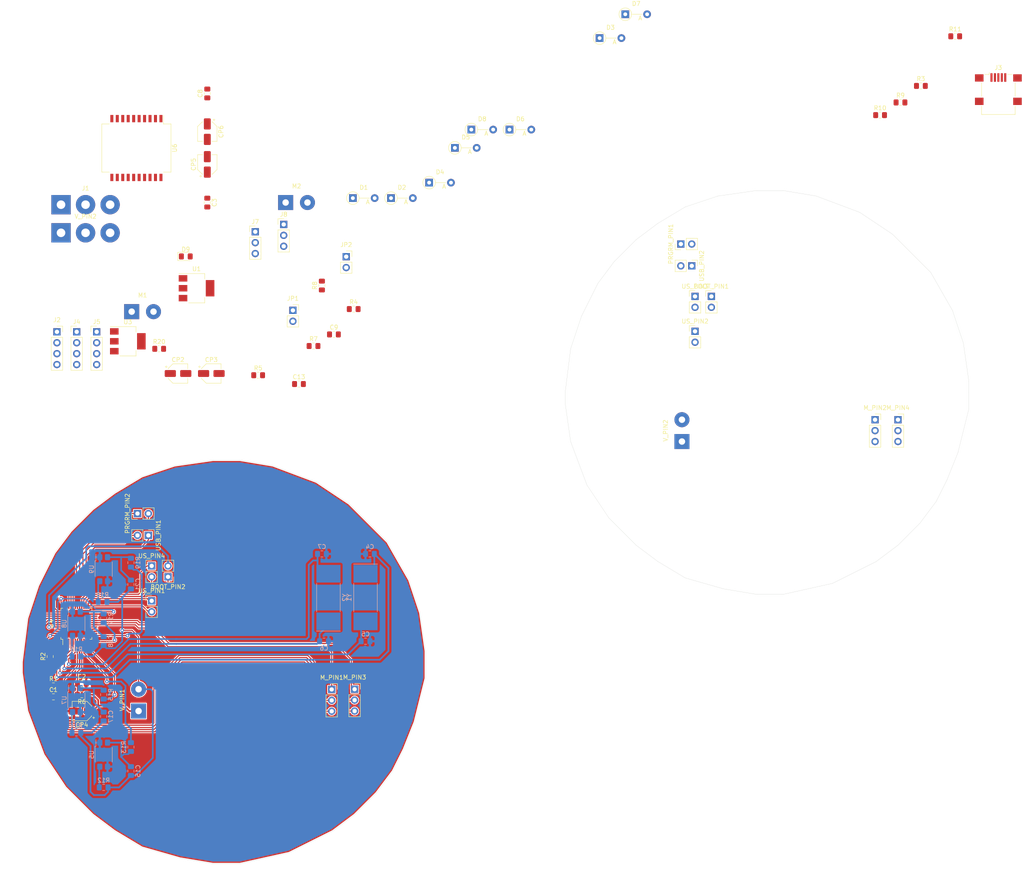
<source format=kicad_pcb>
(kicad_pcb (version 20171130) (host pcbnew "(5.1.2)-2")
  (layers (0 F.Cu signal) (31 B.Cu signal) (34 B.Paste user) (35 F.Paste user) (36 B.SilkS user) (37 F.SilkS user) (38 B.Mask user) (39 F.Mask user) (44 Edge.Cuts user))
  (net 0 "")
  (net 1 RST)
  (net 2 GND)
  (net 3 "Net-(C2-Pad1)")
  (net 4 +5V)
  (net 5 OSC32-IN)
  (net 6 OSC32-OUT)
  (net 7 OSC-IN)
  (net 8 OSC-OUT)
  (net 9 +3V3)
  (net 10 "Net-(C15-Pad2)")
  (net 11 "Net-(C17-Pad2)")
  (net 12 "Net-(C18-Pad2)")
  (net 13 "Net-(C21-Pad2)")
  (net 14 EXT_VCC)
  (net 15 "Net-(D1-Pad2)")
  (net 16 "Net-(D3-Pad2)")
  (net 17 "Net-(D5-Pad2)")
  (net 18 "Net-(D7-Pad2)")
  (net 19 "Net-(D9-Pad1)")
  (net 20 "Net-(J1-Pad2)")
  (net 21 "Net-(J3-Pad2)")
  (net 22 "Net-(J3-Pad3)")
  (net 23 "Net-(J3-Pad4)")
  (net 24 US1_OUT)
  (net 25 US1_IN)
  (net 26 US2_IN)
  (net 27 US2_OUT)
  (net 28 H2)
  (net 29 H1)
  (net 30 "Net-(R2-Pad2)")
  (net 31 BOOT0)
  (net 32 "Net-(R12-Pad2)")
  (net 33 S1)
  (net 34 "Net-(R14-Pad2)")
  (net 35 S2)
  (net 36 "Net-(R16-Pad2)")
  (net 37 S3)
  (net 38 "Net-(R18-Pad2)")
  (net 39 S4)
  (net 40 "Net-(U4-Pad2)")
  (net 41 "Net-(U4-Pad16)")
  (net 42 "Net-(U4-Pad17)")
  (net 43 EnA)
  (net 44 EnB)
  (net 45 "Net-(U4-Pad21)")
  (net 46 "Net-(U4-Pad22)")
  (net 47 "Net-(U4-Pad29)")
  (net 48 "Net-(U4-Pad30)")
  (net 49 "Net-(U4-Pad31)")
  (net 50 M2IN2)
  (net 51 M2IN1)
  (net 52 M1IN2)
  (net 53 M1IN1)
  (net 54 "Net-(U4-Pad42)")
  (net 55 "Net-(U4-Pad43)")
  (net 56 "Net-(U6-Pad3)")
  (net 57 "Net-(U6-Pad18)")
  (net 58 DIO)
  (net 59 CLK)
  (net 60 BOOT1)
  (net 61 BOOT0_B)
  (net 62 BOOT1_B)
  (net 63 5V)
  (net 64 CLK_B)
  (net 65 DIO_B)
  (net 66 USB--)
  (net 67 USB++)
  (net 68 US1P_IN)
  (net 69 US1P_OUT)
  (net 70 US2P_IN)
  (net 71 US2P_OUT)
  (net 72 USB-)
  (net 73 USB+)
  (net 74 "Net-(U4-Pad45)")
  (net 75 "Net-(U4-Pad46)")
  (net 76 3V3)
  (net 77 EnA_B)
  (net 78 M1IN2_B)
  (net 79 M1IN1_B)
  (net 80 M2IN1_B)
  (net 81 M2IN2_B)
  (net 82 EnB_B)
  (module OptoDevice:Everlight_ITR8307 (layer B.Cu) (at 58.42 158.75)
    (fp_text reference U5 (at -2.8 0 270) (layer B.SilkS) (effects (justify mirror)))
    (fp_text value ITR8307)
    (pad 4 smd roundrect (at 0.9 2.8) (size 1.2 1.4) (layers B.Cu B.Paste B.Mask) (roundrect_rratio 0.2) (net 2 GND))
    (pad 2 smd roundrect (at -0.9 2.8) (size 1.2 1.4) (layers B.Cu B.Paste B.Mask) (roundrect_rratio 0.2) (net 32 "Net-(R12-Pad2)"))
    (pad 1 smd roundrect (at -0.9 -2.8) (size 1.2 1.4) (layers B.Cu B.Paste B.Mask) (roundrect_rratio 0.2) (net 2 GND))
    (pad 3 smd roundrect (at 0.9 -2.8) (size 1.2 1.4) (layers B.Cu B.Paste B.Mask) (roundrect_rratio 0.2) (net 10 "Net-(C15-Pad2)"))
  )
  (module OptoDevice:Everlight_ITR8307 (layer B.Cu) (at 58.42 115.57)
    (fp_text reference U9 (at -2.799999 0 -90) (layer B.SilkS) (effects (justify mirror)))
    (fp_text value ITR8307)
    (pad 3 smd roundrect (at 0.9 -2.8) (size 1.2 1.4) (layers B.Cu B.Paste B.Mask) (roundrect_rratio 0.2) (net 13 "Net-(C21-Pad2)"))
    (pad 1 smd roundrect (at -0.9 -2.8) (size 1.2 1.4) (layers B.Cu B.Paste B.Mask) (roundrect_rratio 0.2) (net 2 GND))
    (pad 2 smd roundrect (at -0.9 2.8) (size 1.2 1.4) (layers B.Cu B.Paste B.Mask) (roundrect_rratio 0.2) (net 38 "Net-(R18-Pad2)"))
    (pad 4 smd roundrect (at 0.9 2.8) (size 1.2 1.4) (layers B.Cu B.Paste B.Mask) (roundrect_rratio 0.2) (net 2 GND))
  )
  (module OptoDevice:Everlight_ITR8307 (layer B.Cu) (at 52.07 128.27)
    (fp_text reference U8 (at -2.8 0 -90) (layer B.SilkS) (effects (justify mirror)))
    (fp_text value ITR8307)
    (pad 4 smd roundrect (at 0.9 2.8) (size 1.2 1.4) (layers B.Cu B.Paste B.Mask) (roundrect_rratio 0.2) (net 2 GND))
    (pad 2 smd roundrect (at -0.9 2.8) (size 1.2 1.4) (layers B.Cu B.Paste B.Mask) (roundrect_rratio 0.2) (net 36 "Net-(R16-Pad2)"))
    (pad 1 smd roundrect (at -0.9 -2.8) (size 1.2 1.4) (layers B.Cu B.Paste B.Mask) (roundrect_rratio 0.2) (net 2 GND))
    (pad 3 smd roundrect (at 0.9 -2.8) (size 1.2 1.4) (layers B.Cu B.Paste B.Mask) (roundrect_rratio 0.2) (net 12 "Net-(C18-Pad2)"))
  )
  (module OptoDevice:Everlight_ITR8307 (layer B.Cu) (at 52.07 146.05)
    (fp_text reference U7 (at -2.799999 0 270) (layer B.SilkS) (effects (justify mirror)))
    (fp_text value ITR8307)
    (pad 4 smd roundrect (at 0.9 2.8) (size 1.2 1.4) (layers B.Cu B.Paste B.Mask) (roundrect_rratio 0.2) (net 2 GND))
    (pad 2 smd roundrect (at -0.9 2.8) (size 1.2 1.4) (layers B.Cu B.Paste B.Mask) (roundrect_rratio 0.2) (net 34 "Net-(R14-Pad2)"))
    (pad 1 smd roundrect (at -0.9 -2.8) (size 1.2 1.4) (layers B.Cu B.Paste B.Mask) (roundrect_rratio 0.2) (net 2 GND))
    (pad 3 smd roundrect (at 0.9 -2.8) (size 1.2 1.4) (layers B.Cu B.Paste B.Mask) (roundrect_rratio 0.2) (net 11 "Net-(C17-Pad2)"))
  )
  (module Connector_PinHeader_2.54mm:PinHeader_1x02_P2.54mm_Vertical (layer F.Cu) (at 199.898 52.07)
    (fp_text reference BOOT_PIN1 (at 0 -2.33) (layer F.SilkS))
    (fp_text value Conn_01x02)
    (pad 1 thru_hole rect (at 0 0) (size 1.7 1.7) (drill 1) (layers *.Cu *.Mask) (net 31 BOOT0))
    (pad 2 thru_hole oval (at 0 2.54) (size 1.7 1.7) (drill 1) (layers *.Cu *.Mask) (net 60 BOOT1))
  )
  (module Connector_PinHeader_2.54mm:PinHeader_1x02_P2.54mm_Vertical (layer F.Cu) (at 73.406 117.348 180)
    (fp_text reference BOOT_PIN2 (at 0 -2.33) (layer F.SilkS))
    (fp_text value Conn_01x02)
    (pad 2 thru_hole oval (at 0 2.54 180) (size 1.7 1.7) (drill 1) (layers *.Cu *.Mask) (net 61 BOOT0_B))
    (pad 1 thru_hole rect (at 0 0 180) (size 1.7 1.7) (drill 1) (layers *.Cu *.Mask) (net 62 BOOT1_B))
  )
  (module Capacitor_SMD:C_0805_2012Metric_Pad1.15x1.40mm_HandSolder (layer F.Cu) (at 46.727 145.288)
    (fp_text reference C1 (at 0 -1.65) (layer F.SilkS))
    (fp_text value 100n)
    (pad 1 smd roundrect (at -1.025 0) (size 1.15 1.4) (layers F.Cu F.Paste F.Mask) (roundrect_rratio 0.217391) (net 2 GND))
    (pad 2 smd roundrect (at 1.025 0) (size 1.15 1.4) (layers F.Cu F.Paste F.Mask) (roundrect_rratio 0.217391) (net 1 RST))
  )
  (module Capacitor_SMD:C_0805_2012Metric_Pad1.15x1.40mm_HandSolder (layer F.Cu) (at 53.34 142.24)
    (fp_text reference C2 (at 0 -1.65) (layer F.SilkS))
    (fp_text value 100n)
    (pad 1 smd roundrect (at -1.025 0) (size 1.15 1.4) (layers F.Cu F.Paste F.Mask) (roundrect_rratio 0.217391) (net 3 "Net-(C2-Pad1)"))
    (pad 2 smd roundrect (at 1.025 0) (size 1.15 1.4) (layers F.Cu F.Paste F.Mask) (roundrect_rratio 0.217391) (net 2 GND))
  )
  (module Capacitor_SMD:C_0805_2012Metric_Pad1.15x1.40mm_HandSolder (layer F.Cu) (at 82.55 30.226 270)
    (fp_text reference C3 (at 0 -1.65 90) (layer F.SilkS))
    (fp_text value 100n)
    (pad 2 smd roundrect (at 1.025 0 270) (size 1.15 1.4) (layers F.Cu F.Paste F.Mask) (roundrect_rratio 0.217391) (net 2 GND))
    (pad 1 smd roundrect (at -1.025 0 270) (size 1.15 1.4) (layers F.Cu F.Paste F.Mask) (roundrect_rratio 0.217391) (net 4 +5V))
  )
  (module Capacitor_SMD:C_0805_2012Metric_Pad1.15x1.40mm_HandSolder (layer B.Cu) (at 120.405 112.014 180)
    (fp_text reference C4 (at 0 1.65) (layer B.SilkS) (effects (justify mirror)))
    (fp_text value 10p)
    (pad 1 smd roundrect (at -1.025 0 180) (size 1.15 1.4) (layers B.Cu B.Paste B.Mask) (roundrect_rratio 0.217391) (net 5 OSC32-IN))
    (pad 2 smd roundrect (at 1.025 0 180) (size 1.15 1.4) (layers B.Cu B.Paste B.Mask) (roundrect_rratio 0.217391) (net 2 GND))
  )
  (module Capacitor_SMD:C_0805_2012Metric_Pad1.15x1.40mm_HandSolder (layer B.Cu) (at 119.38 132.334 180)
    (fp_text reference C5 (at 0 1.65) (layer B.SilkS) (effects (justify mirror)))
    (fp_text value 10p)
    (pad 2 smd roundrect (at 1.025 0 180) (size 1.15 1.4) (layers B.Cu B.Paste B.Mask) (roundrect_rratio 0.217391) (net 6 OSC32-OUT))
    (pad 1 smd roundrect (at -1.025 0 180) (size 1.15 1.4) (layers B.Cu B.Paste B.Mask) (roundrect_rratio 0.217391) (net 2 GND))
  )
  (module Capacitor_SMD:C_0805_2012Metric_Pad1.15x1.40mm_HandSolder (layer B.Cu) (at 109.719 132.334)
    (fp_text reference C6 (at 0 1.65) (layer B.SilkS) (effects (justify mirror)))
    (fp_text value 22p)
    (pad 2 smd roundrect (at 1.025 0) (size 1.15 1.4) (layers B.Cu B.Paste B.Mask) (roundrect_rratio 0.217391) (net 2 GND))
    (pad 1 smd roundrect (at -1.025 0) (size 1.15 1.4) (layers B.Cu B.Paste B.Mask) (roundrect_rratio 0.217391) (net 7 OSC-IN))
  )
  (module Capacitor_SMD:C_0805_2012Metric_Pad1.15x1.40mm_HandSolder (layer B.Cu) (at 109.229 112.014 180)
    (fp_text reference C7 (at 0 1.65) (layer B.SilkS) (effects (justify mirror)))
    (fp_text value 22p)
    (pad 1 smd roundrect (at -1.025 0 180) (size 1.15 1.4) (layers B.Cu B.Paste B.Mask) (roundrect_rratio 0.217391) (net 2 GND))
    (pad 2 smd roundrect (at 1.025 0 180) (size 1.15 1.4) (layers B.Cu B.Paste B.Mask) (roundrect_rratio 0.217391) (net 8 OSC-OUT))
  )
  (module Capacitor_SMD:C_0805_2012Metric_Pad1.15x1.40mm_HandSolder (layer F.Cu) (at 82.55 4.826 90)
    (fp_text reference C8 (at 0 -1.65 90) (layer F.SilkS))
    (fp_text value 100n)
    (pad 1 smd roundrect (at -1.025 0 90) (size 1.15 1.4) (layers F.Cu F.Paste F.Mask) (roundrect_rratio 0.217391) (net 14 EXT_VCC))
    (pad 2 smd roundrect (at 1.025 0 90) (size 1.15 1.4) (layers F.Cu F.Paste F.Mask) (roundrect_rratio 0.217391) (net 2 GND))
  )
  (module Capacitor_SMD:C_0805_2012Metric_Pad1.15x1.40mm_HandSolder (layer F.Cu) (at 112.025001 60.915001)
    (fp_text reference C9 (at 0 -1.65) (layer F.SilkS))
    (fp_text value 100n)
    (pad 1 smd roundrect (at -1.025 0) (size 1.15 1.4) (layers F.Cu F.Paste F.Mask) (roundrect_rratio 0.217391) (net 9 +3V3))
    (pad 2 smd roundrect (at 1.025 0) (size 1.15 1.4) (layers F.Cu F.Paste F.Mask) (roundrect_rratio 0.217391) (net 2 GND))
  )
  (module Capacitor_SMD:C_0805_2012Metric_Pad1.15x1.40mm_HandSolder (layer F.Cu) (at 103.885001 72.465001)
    (fp_text reference C13 (at 0 -1.65) (layer F.SilkS))
    (fp_text value 100n)
    (pad 1 smd roundrect (at -1.025 0) (size 1.15 1.4) (layers F.Cu F.Paste F.Mask) (roundrect_rratio 0.217391) (net 4 +5V))
    (pad 2 smd roundrect (at 1.025 0) (size 1.15 1.4) (layers F.Cu F.Paste F.Mask) (roundrect_rratio 0.217391) (net 2 GND))
  )
  (module Capacitor_SMD:C_0805_2012Metric_Pad1.15x1.40mm_HandSolder (layer B.Cu) (at 64.77 162.56 90)
    (fp_text reference C15 (at 0 1.65 270) (layer B.SilkS) (effects (justify mirror)))
    (fp_text value 10n)
    (pad 1 smd roundrect (at -1.025 0 90) (size 1.15 1.4) (layers B.Cu B.Paste B.Mask) (roundrect_rratio 0.217391) (net 63 5V))
    (pad 2 smd roundrect (at 1.025 0 90) (size 1.15 1.4) (layers B.Cu B.Paste B.Mask) (roundrect_rratio 0.217391) (net 10 "Net-(C15-Pad2)"))
  )
  (module Capacitor_SMD:C_0805_2012Metric_Pad1.15x1.40mm_HandSolder (layer B.Cu) (at 58.42 149.86 90)
    (fp_text reference C17 (at 0 1.65 270) (layer B.SilkS) (effects (justify mirror)))
    (fp_text value 10n)
    (pad 2 smd roundrect (at 1.025 0 90) (size 1.15 1.4) (layers B.Cu B.Paste B.Mask) (roundrect_rratio 0.217391) (net 11 "Net-(C17-Pad2)"))
    (pad 1 smd roundrect (at -1.025 0 90) (size 1.15 1.4) (layers B.Cu B.Paste B.Mask) (roundrect_rratio 0.217391) (net 63 5V))
  )
  (module Capacitor_SMD:C_0805_2012Metric_Pad1.15x1.40mm_HandSolder (layer B.Cu) (at 58.42 132.325 90)
    (fp_text reference C18 (at 0 1.65 270) (layer B.SilkS) (effects (justify mirror)))
    (fp_text value 10n)
    (pad 1 smd roundrect (at -1.025 0 90) (size 1.15 1.4) (layers B.Cu B.Paste B.Mask) (roundrect_rratio 0.217391) (net 63 5V))
    (pad 2 smd roundrect (at 1.025 0 90) (size 1.15 1.4) (layers B.Cu B.Paste B.Mask) (roundrect_rratio 0.217391) (net 12 "Net-(C18-Pad2)"))
  )
  (module Capacitor_SMD:C_0805_2012Metric_Pad1.15x1.40mm_HandSolder (layer B.Cu) (at 64.77 119.135 90)
    (fp_text reference C21 (at 0 1.65 270) (layer B.SilkS) (effects (justify mirror)))
    (fp_text value 10n)
    (pad 2 smd roundrect (at 1.025 0 90) (size 1.15 1.4) (layers B.Cu B.Paste B.Mask) (roundrect_rratio 0.217391) (net 13 "Net-(C21-Pad2)"))
    (pad 1 smd roundrect (at -1.025 0 90) (size 1.15 1.4) (layers B.Cu B.Paste B.Mask) (roundrect_rratio 0.217391) (net 63 5V))
  )
  (module Capacitor_SMD:CP_Elec_4x5.3 (layer F.Cu) (at 75.735001 70.015001)
    (fp_text reference CP2 (at 0 -3.2) (layer F.SilkS))
    (fp_text value 10uF)
    (pad 1 smd roundrect (at -1.8 0) (size 2.6 1.6) (layers F.Cu F.Paste F.Mask) (roundrect_rratio 0.15625) (net 14 EXT_VCC))
    (pad 2 smd roundrect (at 1.8 0) (size 2.6 1.6) (layers F.Cu F.Paste F.Mask) (roundrect_rratio 0.15625) (net 2 GND))
  )
  (module Capacitor_SMD:CP_Elec_4x5.3 (layer F.Cu) (at 83.485001 70.015001)
    (fp_text reference CP3 (at 0 -3.2) (layer F.SilkS))
    (fp_text value 10uF)
    (pad 1 smd roundrect (at -1.8 0) (size 2.6 1.6) (layers F.Cu F.Paste F.Mask) (roundrect_rratio 0.15625) (net 14 EXT_VCC))
    (pad 2 smd roundrect (at 1.8 0) (size 2.6 1.6) (layers F.Cu F.Paste F.Mask) (roundrect_rratio 0.15625) (net 2 GND))
  )
  (module Capacitor_SMD:CP_Elec_4x5.3 (layer F.Cu) (at 53.34 148.59 180)
    (fp_text reference CP4 (at 0 -3.2) (layer F.SilkS))
    (fp_text value 220uF)
    (pad 2 smd roundrect (at 1.8 0 180) (size 2.6 1.6) (layers F.Cu F.Paste F.Mask) (roundrect_rratio 0.15625) (net 2 GND))
    (pad 1 smd roundrect (at -1.8 0 180) (size 2.6 1.6) (layers F.Cu F.Paste F.Mask) (roundrect_rratio 0.15625) (net 76 3V3))
  )
  (module Capacitor_SMD:CP_Elec_4x5.3 (layer F.Cu) (at 82.55 21.336 90)
    (fp_text reference CP5 (at 0 -3.2 90) (layer F.SilkS))
    (fp_text value 100uF)
    (pad 2 smd roundrect (at 1.8 0 90) (size 2.6 1.6) (layers F.Cu F.Paste F.Mask) (roundrect_rratio 0.15625) (net 2 GND))
    (pad 1 smd roundrect (at -1.8 0 90) (size 2.6 1.6) (layers F.Cu F.Paste F.Mask) (roundrect_rratio 0.15625) (net 4 +5V))
  )
  (module Capacitor_SMD:CP_Elec_4x5.3 (layer F.Cu) (at 82.55 13.716 270)
    (fp_text reference CP6 (at 0 -3.2 90) (layer F.SilkS))
    (fp_text value 100uF)
    (pad 2 smd roundrect (at 1.8 0 270) (size 2.6 1.6) (layers F.Cu F.Paste F.Mask) (roundrect_rratio 0.15625) (net 2 GND))
    (pad 1 smd roundrect (at -1.8 0 270) (size 2.6 1.6) (layers F.Cu F.Paste F.Mask) (roundrect_rratio 0.15625) (net 14 EXT_VCC))
  )
  (module Diode_THT:D_A-405_P5.08mm_Vertical_AnodeUp (layer F.Cu) (at 116.433001 29.185001)
    (fp_text reference D1 (at 2.54 -2.47) (layer F.SilkS))
    (fp_text value D)
    (fp_text user A (at 3.48 0.9) (layer F.SilkS))
    (pad 2 thru_hole oval (at 5.08 0) (size 1.8 1.8) (drill 0.9) (layers *.Cu *.Mask) (net 15 "Net-(D1-Pad2)"))
    (pad 1 thru_hole rect (at 0 0) (size 1.8 1.8) (drill 0.9) (layers *.Cu *.Mask) (net 14 EXT_VCC))
  )
  (module Diode_THT:D_A-405_P5.08mm_Vertical_AnodeUp (layer F.Cu) (at 125.313001 29.185001)
    (fp_text reference D2 (at 2.54 -2.47) (layer F.SilkS))
    (fp_text value D)
    (fp_text user A (at 3.48 0.9) (layer F.SilkS))
    (pad 1 thru_hole rect (at 0 0) (size 1.8 1.8) (drill 0.9) (layers *.Cu *.Mask) (net 15 "Net-(D1-Pad2)"))
    (pad 2 thru_hole oval (at 5.08 0) (size 1.8 1.8) (drill 0.9) (layers *.Cu *.Mask) (net 2 GND))
  )
  (module Diode_THT:D_A-405_P5.08mm_Vertical_AnodeUp (layer F.Cu) (at 173.873001 -8.064999)
    (fp_text reference D3 (at 2.54 -2.47) (layer F.SilkS))
    (fp_text value D)
    (fp_text user A (at 3.48 0.9) (layer F.SilkS))
    (pad 1 thru_hole rect (at 0 0) (size 1.8 1.8) (drill 0.9) (layers *.Cu *.Mask) (net 14 EXT_VCC))
    (pad 2 thru_hole oval (at 5.08 0) (size 1.8 1.8) (drill 0.9) (layers *.Cu *.Mask) (net 16 "Net-(D3-Pad2)"))
  )
  (module Diode_THT:D_A-405_P5.08mm_Vertical_AnodeUp (layer F.Cu) (at 134.193001 25.585001)
    (fp_text reference D4 (at 2.54 -2.47) (layer F.SilkS))
    (fp_text value D)
    (fp_text user A (at 3.48 0.9) (layer F.SilkS))
    (pad 1 thru_hole rect (at 0 0) (size 1.8 1.8) (drill 0.9) (layers *.Cu *.Mask) (net 16 "Net-(D3-Pad2)"))
    (pad 2 thru_hole oval (at 5.08 0) (size 1.8 1.8) (drill 0.9) (layers *.Cu *.Mask) (net 2 GND))
  )
  (module Diode_THT:D_A-405_P5.08mm_Vertical_AnodeUp (layer F.Cu) (at 140.183001 17.485001)
    (fp_text reference D5 (at 2.54 -2.47) (layer F.SilkS))
    (fp_text value D)
    (fp_text user A (at 3.48 0.9) (layer F.SilkS))
    (pad 2 thru_hole oval (at 5.08 0) (size 1.8 1.8) (drill 0.9) (layers *.Cu *.Mask) (net 17 "Net-(D5-Pad2)"))
    (pad 1 thru_hole rect (at 0 0) (size 1.8 1.8) (drill 0.9) (layers *.Cu *.Mask) (net 14 EXT_VCC))
  )
  (module Diode_THT:D_A-405_P5.08mm_Vertical_AnodeUp (layer F.Cu) (at 152.893001 13.235001)
    (fp_text reference D6 (at 2.54 -2.47) (layer F.SilkS))
    (fp_text value D)
    (fp_text user A (at 3.48 0.9) (layer F.SilkS))
    (pad 2 thru_hole oval (at 5.08 0) (size 1.8 1.8) (drill 0.9) (layers *.Cu *.Mask) (net 2 GND))
    (pad 1 thru_hole rect (at 0 0) (size 1.8 1.8) (drill 0.9) (layers *.Cu *.Mask) (net 17 "Net-(D5-Pad2)"))
  )
  (module Diode_THT:D_A-405_P5.08mm_Vertical_AnodeUp (layer F.Cu) (at 179.853001 -13.614999)
    (fp_text reference D7 (at 2.54 -2.47) (layer F.SilkS))
    (fp_text value D)
    (fp_text user A (at 3.48 0.9) (layer F.SilkS))
    (pad 1 thru_hole rect (at 0 0) (size 1.8 1.8) (drill 0.9) (layers *.Cu *.Mask) (net 14 EXT_VCC))
    (pad 2 thru_hole oval (at 5.08 0) (size 1.8 1.8) (drill 0.9) (layers *.Cu *.Mask) (net 18 "Net-(D7-Pad2)"))
  )
  (module Diode_THT:D_A-405_P5.08mm_Vertical_AnodeUp (layer F.Cu) (at 144.013001 13.235001)
    (fp_text reference D8 (at 2.54 -2.47) (layer F.SilkS))
    (fp_text value D)
    (fp_text user A (at 3.48 0.9) (layer F.SilkS))
    (pad 2 thru_hole oval (at 5.08 0) (size 1.8 1.8) (drill 0.9) (layers *.Cu *.Mask) (net 2 GND))
    (pad 1 thru_hole rect (at 0 0) (size 1.8 1.8) (drill 0.9) (layers *.Cu *.Mask) (net 18 "Net-(D7-Pad2)"))
  )
  (module LED_SMD:LED_0805_2012Metric_Pad1.15x1.40mm_HandSolder (layer F.Cu) (at 77.540001 42.760001)
    (fp_text reference D9 (at 0 -1.65) (layer F.SilkS))
    (fp_text value LED)
    (pad 1 smd roundrect (at -1.025 0) (size 1.15 1.4) (layers F.Cu F.Paste F.Mask) (roundrect_rratio 0.217391) (net 19 "Net-(D9-Pad1)"))
    (pad 2 smd roundrect (at 1.025 0) (size 1.15 1.4) (layers F.Cu F.Paste F.Mask) (roundrect_rratio 0.217391) (net 9 +3V3))
  )
  (module Connector_Wire:SolderWirePad_1x03_P5.715mm_Drill2mm (layer F.Cu) (at 48.495001 30.715001)
    (fp_text reference J1 (at 5.715 -3.81) (layer F.SilkS))
    (fp_text value Conn_01x03_Male)
    (pad 1 thru_hole rect (at 0 0) (size 4.50088 4.50088) (drill 1.99898) (layers *.Cu *.Mask) (net 14 EXT_VCC))
    (pad 2 thru_hole circle (at 5.715 0) (size 4.50088 4.50088) (drill 1.99898) (layers *.Cu *.Mask) (net 20 "Net-(J1-Pad2)"))
    (pad 3 thru_hole circle (at 11.43 0) (size 4.50088 4.50088) (drill 1.99898) (layers *.Cu *.Mask) (net 2 GND))
  )
  (module Connector_PinSocket_2.54mm:PinSocket_1x04_P2.54mm_Vertical (layer F.Cu) (at 47.545001 60.315001)
    (fp_text reference J2 (at 0 -2.77) (layer F.SilkS))
    (fp_text value Conn_01x04_Female)
    (pad 1 thru_hole rect (at 0 0) (size 1.7 1.7) (drill 1) (layers *.Cu *.Mask) (net 2 GND))
    (pad 2 thru_hole oval (at 0 2.54) (size 1.7 1.7) (drill 1) (layers *.Cu *.Mask) (net 59 CLK))
    (pad 3 thru_hole oval (at 0 5.08) (size 1.7 1.7) (drill 1) (layers *.Cu *.Mask) (net 58 DIO))
    (pad 4 thru_hole oval (at 0 7.62) (size 1.7 1.7) (drill 1) (layers *.Cu *.Mask) (net 9 +3V3))
  )
  (module Connector_USB:USB_Mini-B_Lumberg_2486_01_Horizontal (layer F.Cu) (at 266.7 3.81)
    (fp_text reference J3 (at 0 -5) (layer F.SilkS))
    (fp_text value USB_B_Mini)
    (pad "" np_thru_hole circle (at 2.2 0) (size 1 1) (drill 1) (layers *.Cu *.Mask))
    (pad "" np_thru_hole circle (at -2.2 0) (size 1 1) (drill 1) (layers *.Cu *.Mask))
    (pad 6 smd rect (at 4.45 2.85) (size 2 1.7) (layers F.Cu F.Paste F.Mask) (net 2 GND))
    (pad 6 smd rect (at 4.45 -2.6) (size 2 1.7) (layers F.Cu F.Paste F.Mask) (net 2 GND))
    (pad 6 smd rect (at -4.45 2.85) (size 2 1.7) (layers F.Cu F.Paste F.Mask) (net 2 GND))
    (pad 6 smd rect (at -4.45 -2.6) (size 2 1.7) (layers F.Cu F.Paste F.Mask) (net 2 GND))
    (pad 5 smd rect (at 1.6 -2.7) (size 0.5 2) (layers F.Cu F.Paste F.Mask) (net 2 GND))
    (pad 4 smd rect (at 0.8 -2.7) (size 0.5 2) (layers F.Cu F.Paste F.Mask) (net 23 "Net-(J3-Pad4)"))
    (pad 3 smd rect (at 0 -2.7) (size 0.5 2) (layers F.Cu F.Paste F.Mask) (net 22 "Net-(J3-Pad3)"))
    (pad 2 smd rect (at -0.8 -2.7) (size 0.5 2) (layers F.Cu F.Paste F.Mask) (net 21 "Net-(J3-Pad2)"))
    (pad 1 smd rect (at -1.6 -2.7) (size 0.5 2) (layers F.Cu F.Paste F.Mask) (net 14 EXT_VCC))
  )
  (module Connector_PinHeader_2.54mm:PinHeader_1x04_P2.54mm_Vertical (layer F.Cu) (at 52.145001 60.315001)
    (fp_text reference J4 (at 0 -2.33) (layer F.SilkS))
    (fp_text value Conn_01x04_Female)
    (pad 1 thru_hole rect (at 0 0) (size 1.7 1.7) (drill 1) (layers *.Cu *.Mask) (net 2 GND))
    (pad 2 thru_hole oval (at 0 2.54) (size 1.7 1.7) (drill 1) (layers *.Cu *.Mask) (net 24 US1_OUT))
    (pad 3 thru_hole oval (at 0 5.08) (size 1.7 1.7) (drill 1) (layers *.Cu *.Mask) (net 25 US1_IN))
    (pad 4 thru_hole oval (at 0 7.62) (size 1.7 1.7) (drill 1) (layers *.Cu *.Mask) (net 9 +3V3))
  )
  (module Connector_PinHeader_2.54mm:PinHeader_1x04_P2.54mm_Vertical (layer F.Cu) (at 56.795001 60.315001)
    (fp_text reference J5 (at 0 -2.33) (layer F.SilkS))
    (fp_text value Conn_01x04_Female)
    (pad 4 thru_hole oval (at 0 7.62) (size 1.7 1.7) (drill 1) (layers *.Cu *.Mask) (net 9 +3V3))
    (pad 3 thru_hole oval (at 0 5.08) (size 1.7 1.7) (drill 1) (layers *.Cu *.Mask) (net 26 US2_IN))
    (pad 2 thru_hole oval (at 0 2.54) (size 1.7 1.7) (drill 1) (layers *.Cu *.Mask) (net 27 US2_OUT))
    (pad 1 thru_hole rect (at 0 0) (size 1.7 1.7) (drill 1) (layers *.Cu *.Mask) (net 2 GND))
  )
  (module Connector_PinHeader_2.54mm:PinHeader_1x03_P2.54mm_Vertical (layer F.Cu) (at 93.715001 37.015001)
    (fp_text reference J7 (at 0 -2.33) (layer F.SilkS))
    (fp_text value Conn_01x03_Female)
    (pad 3 thru_hole oval (at 0 5.08) (size 1.7 1.7) (drill 1) (layers *.Cu *.Mask) (net 76 3V3))
    (pad 2 thru_hole oval (at 0 2.54) (size 1.7 1.7) (drill 1) (layers *.Cu *.Mask) (net 2 GND))
    (pad 1 thru_hole rect (at 0 0) (size 1.7 1.7) (drill 1) (layers *.Cu *.Mask) (net 28 H2))
  )
  (module Connector_PinHeader_2.54mm:PinHeader_1x03_P2.54mm_Vertical (layer F.Cu) (at 100.335001 35.315001)
    (fp_text reference J8 (at 0 -2.33) (layer F.SilkS))
    (fp_text value Conn_01x03_Female)
    (pad 1 thru_hole rect (at 0 0) (size 1.7 1.7) (drill 1) (layers *.Cu *.Mask) (net 29 H1))
    (pad 2 thru_hole oval (at 0 2.54) (size 1.7 1.7) (drill 1) (layers *.Cu *.Mask) (net 2 GND))
    (pad 3 thru_hole oval (at 0 5.08) (size 1.7 1.7) (drill 1) (layers *.Cu *.Mask) (net 76 3V3))
  )
  (module Connector_PinSocket_2.54mm:PinSocket_1x02_P2.54mm_Vertical (layer F.Cu) (at 102.475001 55.315001)
    (fp_text reference JP1 (at 0 -2.77) (layer F.SilkS))
    (fp_text value Jumper)
    (pad 1 thru_hole rect (at 0 0) (size 1.7 1.7) (drill 1) (layers *.Cu *.Mask) (net 31 BOOT0))
    (pad 2 thru_hole oval (at 0 2.54) (size 1.7 1.7) (drill 1) (layers *.Cu *.Mask) (net 9 +3V3))
  )
  (module Connector_PinSocket_2.54mm:PinSocket_1x02_P2.54mm_Vertical (layer F.Cu) (at 114.885001 42.815001)
    (fp_text reference JP2 (at 0 -2.77) (layer F.SilkS))
    (fp_text value Jumper)
    (pad 2 thru_hole oval (at 0 2.54) (size 1.7 1.7) (drill 1) (layers *.Cu *.Mask) (net 9 +3V3))
    (pad 1 thru_hole rect (at 0 0) (size 1.7 1.7) (drill 1) (layers *.Cu *.Mask) (net 60 BOOT1))
  )
  (module Connector_Wire:SolderWirePad_1x02_P5.08mm_Drill1.5mm (layer F.Cu) (at 64.945001 55.615001)
    (fp_text reference M1 (at 2.54 -3.81) (layer F.SilkS))
    (fp_text value Motor_DC)
    (pad 1 thru_hole rect (at 0 0) (size 3.50012 3.50012) (drill 1.50114) (layers *.Cu *.Mask) (net 15 "Net-(D1-Pad2)"))
    (pad 2 thru_hole circle (at 5.08 0) (size 3.50012 3.50012) (drill 1.50114) (layers *.Cu *.Mask) (net 16 "Net-(D3-Pad2)"))
  )
  (module Connector_Wire:SolderWirePad_1x02_P5.08mm_Drill1.5mm (layer F.Cu) (at 100.785001 30.215001)
    (fp_text reference M2 (at 2.54 -3.81) (layer F.SilkS))
    (fp_text value Motor_DC)
    (pad 2 thru_hole circle (at 5.08 0) (size 3.50012 3.50012) (drill 1.50114) (layers *.Cu *.Mask) (net 18 "Net-(D7-Pad2)"))
    (pad 1 thru_hole rect (at 0 0) (size 3.50012 3.50012) (drill 1.50114) (layers *.Cu *.Mask) (net 17 "Net-(D5-Pad2)"))
  )
  (module Connector_PinHeader_2.54mm:PinHeader_1x02_P2.54mm_Vertical (layer F.Cu) (at 192.786 39.878 90)
    (fp_text reference PRGRM_PIN1 (at 0 -2.33 90) (layer F.SilkS))
    (fp_text value Conn_01x02)
    (pad 2 thru_hole oval (at 0 2.54 90) (size 1.7 1.7) (drill 1) (layers *.Cu *.Mask) (net 58 DIO))
    (pad 1 thru_hole rect (at 0 0 90) (size 1.7 1.7) (drill 1) (layers *.Cu *.Mask) (net 59 CLK))
  )
  (module Connector_PinHeader_2.54mm:PinHeader_1x02_P2.54mm_Vertical (layer F.Cu) (at 66.294 102.616 90)
    (fp_text reference PRGRM_PIN2 (at 0 -2.33 90) (layer F.SilkS))
    (fp_text value Conn_01x02)
    (pad 1 thru_hole rect (at 0 0 90) (size 1.7 1.7) (drill 1) (layers *.Cu *.Mask) (net 64 CLK_B))
    (pad 2 thru_hole oval (at 0 2.54 90) (size 1.7 1.7) (drill 1) (layers *.Cu *.Mask) (net 65 DIO_B))
  )
  (module Resistor_SMD:R_0805_2012Metric_Pad1.15x1.40mm_HandSolder (layer F.Cu) (at 46.727 142.748)
    (fp_text reference R1 (at 0 -1.65) (layer F.SilkS))
    (fp_text value 10K)
    (pad 2 smd roundrect (at 1.025 0) (size 1.15 1.4) (layers F.Cu F.Paste F.Mask) (roundrect_rratio 0.217391) (net 1 RST))
    (pad 1 smd roundrect (at -1.025 0) (size 1.15 1.4) (layers F.Cu F.Paste F.Mask) (roundrect_rratio 0.217391) (net 76 3V3))
  )
  (module Resistor_SMD:R_0805_2012Metric_Pad1.15x1.40mm_HandSolder (layer F.Cu) (at 45.974 135.899 90)
    (fp_text reference R2 (at 0 -1.65 90) (layer F.SilkS))
    (fp_text value 1R)
    (pad 2 smd roundrect (at 1.025 0 90) (size 1.15 1.4) (layers F.Cu F.Paste F.Mask) (roundrect_rratio 0.217391) (net 30 "Net-(R2-Pad2)"))
    (pad 1 smd roundrect (at -1.025 0 90) (size 1.15 1.4) (layers F.Cu F.Paste F.Mask) (roundrect_rratio 0.217391) (net 76 3V3))
  )
  (module Resistor_SMD:R_0805_2012Metric_Pad1.15x1.40mm_HandSolder (layer F.Cu) (at 248.665001 3.065001)
    (fp_text reference R3 (at 0 -1.65) (layer F.SilkS))
    (fp_text value 1K5)
    (pad 2 smd roundrect (at 1.025 0) (size 1.15 1.4) (layers F.Cu F.Paste F.Mask) (roundrect_rratio 0.217391) (net 9 +3V3))
    (pad 1 smd roundrect (at -1.025 0) (size 1.15 1.4) (layers F.Cu F.Paste F.Mask) (roundrect_rratio 0.217391) (net 22 "Net-(J3-Pad3)"))
  )
  (module Resistor_SMD:R_0805_2012Metric_Pad1.15x1.40mm_HandSolder (layer F.Cu) (at 116.625001 55.015001)
    (fp_text reference R4 (at 0 -1.65) (layer F.SilkS))
    (fp_text value 10K)
    (pad 1 smd roundrect (at -1.025 0) (size 1.15 1.4) (layers F.Cu F.Paste F.Mask) (roundrect_rratio 0.217391) (net 2 GND))
    (pad 2 smd roundrect (at 1.025 0) (size 1.15 1.4) (layers F.Cu F.Paste F.Mask) (roundrect_rratio 0.217391) (net 31 BOOT0))
  )
  (module Resistor_SMD:R_0805_2012Metric_Pad1.15x1.40mm_HandSolder (layer F.Cu) (at 94.385001 70.415001)
    (fp_text reference R5 (at 0 -1.65) (layer F.SilkS))
    (fp_text value 1K)
    (pad 2 smd roundrect (at 1.025 0) (size 1.15 1.4) (layers F.Cu F.Paste F.Mask) (roundrect_rratio 0.217391) (net 28 H2))
    (pad 1 smd roundrect (at -1.025 0) (size 1.15 1.4) (layers F.Cu F.Paste F.Mask) (roundrect_rratio 0.217391) (net 76 3V3))
  )
  (module Resistor_SMD:R_0805_2012Metric_Pad1.15x1.40mm_HandSolder (layer F.Cu) (at 53.34 144.78 180)
    (fp_text reference R6 (at 0 -1.65) (layer F.SilkS))
    (fp_text value 1R)
    (pad 1 smd roundrect (at -1.025 0 180) (size 1.15 1.4) (layers F.Cu F.Paste F.Mask) (roundrect_rratio 0.217391) (net 76 3V3))
    (pad 2 smd roundrect (at 1.025 0 180) (size 1.15 1.4) (layers F.Cu F.Paste F.Mask) (roundrect_rratio 0.217391) (net 3 "Net-(C2-Pad1)"))
  )
  (module Resistor_SMD:R_0805_2012Metric_Pad1.15x1.40mm_HandSolder (layer F.Cu) (at 107.275001 63.615001)
    (fp_text reference R7 (at 0 -1.65) (layer F.SilkS))
    (fp_text value 1K)
    (pad 1 smd roundrect (at -1.025 0) (size 1.15 1.4) (layers F.Cu F.Paste F.Mask) (roundrect_rratio 0.217391) (net 76 3V3))
    (pad 2 smd roundrect (at 1.025 0) (size 1.15 1.4) (layers F.Cu F.Paste F.Mask) (roundrect_rratio 0.217391) (net 29 H1))
  )
  (module Resistor_SMD:R_0805_2012Metric_Pad1.15x1.40mm_HandSolder (layer F.Cu) (at 109.22 49.539 90)
    (fp_text reference R8 (at 0 -1.65 90) (layer F.SilkS))
    (fp_text value 10K)
    (pad 2 smd roundrect (at 1.025 0 90) (size 1.15 1.4) (layers F.Cu F.Paste F.Mask) (roundrect_rratio 0.217391) (net 60 BOOT1))
    (pad 1 smd roundrect (at -1.025 0 90) (size 1.15 1.4) (layers F.Cu F.Paste F.Mask) (roundrect_rratio 0.217391) (net 2 GND))
  )
  (module Resistor_SMD:R_0805_2012Metric_Pad1.15x1.40mm_HandSolder (layer F.Cu) (at 243.915001 6.915001)
    (fp_text reference R9 (at 0 -1.65) (layer F.SilkS))
    (fp_text value 1R)
    (pad 1 smd roundrect (at -1.025 0) (size 1.15 1.4) (layers F.Cu F.Paste F.Mask) (roundrect_rratio 0.217391) (net 21 "Net-(J3-Pad2)"))
    (pad 2 smd roundrect (at 1.025 0) (size 1.15 1.4) (layers F.Cu F.Paste F.Mask) (roundrect_rratio 0.217391) (net 66 USB--))
  )
  (module Resistor_SMD:R_0805_2012Metric_Pad1.15x1.40mm_HandSolder (layer F.Cu) (at 239.165001 9.865001)
    (fp_text reference R10 (at 0 -1.65) (layer F.SilkS))
    (fp_text value 1R)
    (pad 1 smd roundrect (at -1.025 0) (size 1.15 1.4) (layers F.Cu F.Paste F.Mask) (roundrect_rratio 0.217391) (net 67 USB++))
    (pad 2 smd roundrect (at 1.025 0) (size 1.15 1.4) (layers F.Cu F.Paste F.Mask) (roundrect_rratio 0.217391) (net 22 "Net-(J3-Pad3)"))
  )
  (module Resistor_SMD:R_0805_2012Metric_Pad1.15x1.40mm_HandSolder (layer F.Cu) (at 256.655001 -8.484999)
    (fp_text reference R11 (at 0 -1.65) (layer F.SilkS))
    (fp_text value 100k)
    (pad 1 smd roundrect (at -1.025 0) (size 1.15 1.4) (layers F.Cu F.Paste F.Mask) (roundrect_rratio 0.217391) (net 2 GND))
    (pad 2 smd roundrect (at 1.025 0) (size 1.15 1.4) (layers F.Cu F.Paste F.Mask) (roundrect_rratio 0.217391) (net 23 "Net-(J3-Pad4)"))
  )
  (module Resistor_SMD:R_0805_2012Metric_Pad1.15x1.40mm_HandSolder (layer B.Cu) (at 58.42 166.37 180)
    (fp_text reference R12 (at 0 1.65 180) (layer B.SilkS) (effects (justify mirror)))
    (fp_text value 220)
    (pad 1 smd roundrect (at -1.025 0 180) (size 1.15 1.4) (layers B.Cu B.Paste B.Mask) (roundrect_rratio 0.217391) (net 63 5V))
    (pad 2 smd roundrect (at 1.025 0 180) (size 1.15 1.4) (layers B.Cu B.Paste B.Mask) (roundrect_rratio 0.217391) (net 32 "Net-(R12-Pad2)"))
  )
  (module Resistor_SMD:R_0805_2012Metric_Pad1.15x1.40mm_HandSolder (layer B.Cu) (at 64.77 156.972 270)
    (fp_text reference R13 (at 0 1.65 270) (layer B.SilkS) (effects (justify mirror)))
    (fp_text value 220)
    (pad 2 smd roundrect (at 1.025 0 270) (size 1.15 1.4) (layers B.Cu B.Paste B.Mask) (roundrect_rratio 0.217391) (net 10 "Net-(C15-Pad2)"))
    (pad 1 smd roundrect (at -1.025 0 270) (size 1.15 1.4) (layers B.Cu B.Paste B.Mask) (roundrect_rratio 0.217391) (net 33 S1))
  )
  (module Resistor_SMD:R_0805_2012Metric_Pad1.15x1.40mm_HandSolder (layer B.Cu) (at 52.07 153.67 180)
    (fp_text reference R14 (at 0 1.65 180) (layer B.SilkS) (effects (justify mirror)))
    (fp_text value 220)
    (pad 2 smd roundrect (at 1.025 0 180) (size 1.15 1.4) (layers B.Cu B.Paste B.Mask) (roundrect_rratio 0.217391) (net 34 "Net-(R14-Pad2)"))
    (pad 1 smd roundrect (at -1.025 0 180) (size 1.15 1.4) (layers B.Cu B.Paste B.Mask) (roundrect_rratio 0.217391) (net 63 5V))
  )
  (module Resistor_SMD:R_0805_2012Metric_Pad1.15x1.40mm_HandSolder (layer B.Cu) (at 58.42 144.78 90)
    (fp_text reference R15 (at 0 1.65 270) (layer B.SilkS) (effects (justify mirror)))
    (fp_text value 220)
    (pad 2 smd roundrect (at 1.025 0 90) (size 1.15 1.4) (layers B.Cu B.Paste B.Mask) (roundrect_rratio 0.217391) (net 11 "Net-(C17-Pad2)"))
    (pad 1 smd roundrect (at -1.025 0 90) (size 1.15 1.4) (layers B.Cu B.Paste B.Mask) (roundrect_rratio 0.217391) (net 35 S2))
  )
  (module Resistor_SMD:R_0805_2012Metric_Pad1.15x1.40mm_HandSolder (layer B.Cu) (at 52.07 135.89 180)
    (fp_text reference R16 (at 0 1.65 180) (layer B.SilkS) (effects (justify mirror)))
    (fp_text value 220)
    (pad 1 smd roundrect (at -1.025 0 180) (size 1.15 1.4) (layers B.Cu B.Paste B.Mask) (roundrect_rratio 0.217391) (net 63 5V))
    (pad 2 smd roundrect (at 1.025 0 180) (size 1.15 1.4) (layers B.Cu B.Paste B.Mask) (roundrect_rratio 0.217391) (net 36 "Net-(R16-Pad2)"))
  )
  (module Resistor_SMD:R_0805_2012Metric_Pad1.15x1.40mm_HandSolder (layer B.Cu) (at 58.42 127 90)
    (fp_text reference R17 (at 0 1.65 270) (layer B.SilkS) (effects (justify mirror)))
    (fp_text value 220)
    (pad 2 smd roundrect (at 1.025 0 90) (size 1.15 1.4) (layers B.Cu B.Paste B.Mask) (roundrect_rratio 0.217391) (net 12 "Net-(C18-Pad2)"))
    (pad 1 smd roundrect (at -1.025 0 90) (size 1.15 1.4) (layers B.Cu B.Paste B.Mask) (roundrect_rratio 0.217391) (net 37 S3))
  )
  (module Resistor_SMD:R_0805_2012Metric_Pad1.15x1.40mm_HandSolder (layer B.Cu) (at 58.175 123.19 180)
    (fp_text reference R18 (at 0 1.65 180) (layer B.SilkS) (effects (justify mirror)))
    (fp_text value 220)
    (pad 1 smd roundrect (at -1.025 0 180) (size 1.15 1.4) (layers B.Cu B.Paste B.Mask) (roundrect_rratio 0.217391) (net 63 5V))
    (pad 2 smd roundrect (at 1.025 0 180) (size 1.15 1.4) (layers B.Cu B.Paste B.Mask) (roundrect_rratio 0.217391) (net 38 "Net-(R18-Pad2)"))
  )
  (module Resistor_SMD:R_0805_2012Metric_Pad1.15x1.40mm_HandSolder (layer B.Cu) (at 64.77 114.055 90)
    (fp_text reference R19 (at 0 1.65 270) (layer B.SilkS) (effects (justify mirror)))
    (fp_text value 220)
    (pad 1 smd roundrect (at -1.025 0 90) (size 1.15 1.4) (layers B.Cu B.Paste B.Mask) (roundrect_rratio 0.217391) (net 39 S4))
    (pad 2 smd roundrect (at 1.025 0 90) (size 1.15 1.4) (layers B.Cu B.Paste B.Mask) (roundrect_rratio 0.217391) (net 13 "Net-(C21-Pad2)"))
  )
  (module Resistor_SMD:R_0805_2012Metric_Pad1.15x1.40mm_HandSolder (layer F.Cu) (at 71.345001 64.265001)
    (fp_text reference R20 (at 0 -1.65) (layer F.SilkS))
    (fp_text value R)
    (pad 2 smd roundrect (at 1.025 0) (size 1.15 1.4) (layers F.Cu F.Paste F.Mask) (roundrect_rratio 0.217391) (net 2 GND))
    (pad 1 smd roundrect (at -1.025 0) (size 1.15 1.4) (layers F.Cu F.Paste F.Mask) (roundrect_rratio 0.217391) (net 19 "Net-(D9-Pad1)"))
  )
  (module Package_TO_SOT_SMD:SOT-223-3_TabPin2 (layer F.Cu) (at 80.045001 50.165001)
    (fp_text reference U1 (at 0 -4.5) (layer F.SilkS))
    (fp_text value AMS1117-3V3)
    (pad 1 smd rect (at -3.15 -2.3) (size 2 1.5) (layers F.Cu F.Paste F.Mask) (net 2 GND))
    (pad 3 smd rect (at -3.15 2.3) (size 2 1.5) (layers F.Cu F.Paste F.Mask) (net 14 EXT_VCC))
    (pad 2 smd rect (at -3.15 0) (size 2 1.5) (layers F.Cu F.Paste F.Mask) (net 9 +3V3))
    (pad 2 smd rect (at 3.15 0) (size 2 3.8) (layers F.Cu F.Paste F.Mask) (net 9 +3V3))
  )
  (module Package_TO_SOT_SMD:SOT-223-3_TabPin2 (layer F.Cu) (at 64.045001 62.515001)
    (fp_text reference U3 (at 0 -4.5) (layer F.SilkS))
    (fp_text value AMS1117-5.0)
    (pad 2 smd rect (at 3.15 0) (size 2 3.8) (layers F.Cu F.Paste F.Mask) (net 4 +5V))
    (pad 2 smd rect (at -3.15 0) (size 2 1.5) (layers F.Cu F.Paste F.Mask) (net 4 +5V))
    (pad 3 smd rect (at -3.15 2.3) (size 2 1.5) (layers F.Cu F.Paste F.Mask) (net 14 EXT_VCC))
    (pad 1 smd rect (at -3.15 -2.3) (size 2 1.5) (layers F.Cu F.Paste F.Mask) (net 2 GND))
  )
  (module Package_QFP:LQFP-48_7x7mm_P0.5mm (layer F.Cu) (at 52.07 128.27 90)
    (fp_text reference U4 (at 0 -5.85 90) (layer F.SilkS))
    (fp_text value STM32F103C8Tx)
    (pad 48 smd roundrect (at -2.75 -4.1625 90) (size 0.3 1.475) (layers F.Cu F.Paste F.Mask) (net 76 3V3))
    (pad 47 smd roundrect (at -2.25 -4.1625 90) (size 0.3 1.475) (layers F.Cu F.Paste F.Mask) (net 2 GND))
    (pad 46 smd roundrect (at -1.75 -4.1625 90) (size 0.3 1.475) (layers F.Cu F.Paste F.Mask) (net 75 "Net-(U4-Pad46)"))
    (pad 45 smd roundrect (at -1.25 -4.1625 90) (size 0.3 1.475) (layers F.Cu F.Paste F.Mask) (net 74 "Net-(U4-Pad45)"))
    (pad 44 smd roundrect (at -0.75 -4.1625 90) (size 0.3 1.475) (layers F.Cu F.Paste F.Mask) (net 61 BOOT0_B))
    (pad 43 smd roundrect (at -0.25 -4.1625 90) (size 0.3 1.475) (layers F.Cu F.Paste F.Mask) (net 55 "Net-(U4-Pad43)"))
    (pad 42 smd roundrect (at 0.25 -4.1625 90) (size 0.3 1.475) (layers F.Cu F.Paste F.Mask) (net 54 "Net-(U4-Pad42)"))
    (pad 41 smd roundrect (at 0.75 -4.1625 90) (size 0.3 1.475) (layers F.Cu F.Paste F.Mask) (net 79 M1IN1_B))
    (pad 40 smd roundrect (at 1.25 -4.1625 90) (size 0.3 1.475) (layers F.Cu F.Paste F.Mask) (net 78 M1IN2_B))
    (pad 39 smd roundrect (at 1.75 -4.1625 90) (size 0.3 1.475) (layers F.Cu F.Paste F.Mask) (net 80 M2IN1_B))
    (pad 38 smd roundrect (at 2.25 -4.1625 90) (size 0.3 1.475) (layers F.Cu F.Paste F.Mask) (net 81 M2IN2_B))
    (pad 37 smd roundrect (at 2.75 -4.1625 90) (size 0.3 1.475) (layers F.Cu F.Paste F.Mask) (net 64 CLK_B))
    (pad 36 smd roundrect (at 4.1625 -2.75 90) (size 1.475 0.3) (layers F.Cu F.Paste F.Mask) (net 76 3V3))
    (pad 35 smd roundrect (at 4.1625 -2.25 90) (size 1.475 0.3) (layers F.Cu F.Paste F.Mask) (net 2 GND))
    (pad 34 smd roundrect (at 4.1625 -1.75 90) (size 1.475 0.3) (layers F.Cu F.Paste F.Mask) (net 65 DIO_B))
    (pad 33 smd roundrect (at 4.1625 -1.25 90) (size 1.475 0.3) (layers F.Cu F.Paste F.Mask) (net 73 USB+))
    (pad 32 smd roundrect (at 4.1625 -0.75 90) (size 1.475 0.3) (layers F.Cu F.Paste F.Mask) (net 72 USB-))
    (pad 31 smd roundrect (at 4.1625 -0.25 90) (size 1.475 0.3) (layers F.Cu F.Paste F.Mask) (net 49 "Net-(U4-Pad31)"))
    (pad 30 smd roundrect (at 4.1625 0.25 90) (size 1.475 0.3) (layers F.Cu F.Paste F.Mask) (net 48 "Net-(U4-Pad30)"))
    (pad 29 smd roundrect (at 4.1625 0.75 90) (size 1.475 0.3) (layers F.Cu F.Paste F.Mask) (net 47 "Net-(U4-Pad29)"))
    (pad 28 smd roundrect (at 4.1625 1.25 90) (size 1.475 0.3) (layers F.Cu F.Paste F.Mask) (net 71 US2P_OUT))
    (pad 27 smd roundrect (at 4.1625 1.75 90) (size 1.475 0.3) (layers F.Cu F.Paste F.Mask) (net 70 US2P_IN))
    (pad 26 smd roundrect (at 4.1625 2.25 90) (size 1.475 0.3) (layers F.Cu F.Paste F.Mask) (net 69 US1P_OUT))
    (pad 25 smd roundrect (at 4.1625 2.75 90) (size 1.475 0.3) (layers F.Cu F.Paste F.Mask) (net 68 US1P_IN))
    (pad 24 smd roundrect (at 2.75 4.1625 90) (size 0.3 1.475) (layers F.Cu F.Paste F.Mask) (net 76 3V3))
    (pad 23 smd roundrect (at 2.25 4.1625 90) (size 0.3 1.475) (layers F.Cu F.Paste F.Mask) (net 2 GND))
    (pad 22 smd roundrect (at 1.75 4.1625 90) (size 0.3 1.475) (layers F.Cu F.Paste F.Mask) (net 46 "Net-(U4-Pad22)"))
    (pad 21 smd roundrect (at 1.25 4.1625 90) (size 0.3 1.475) (layers F.Cu F.Paste F.Mask) (net 45 "Net-(U4-Pad21)"))
    (pad 20 smd roundrect (at 0.75 4.1625 90) (size 0.3 1.475) (layers F.Cu F.Paste F.Mask) (net 62 BOOT1_B))
    (pad 19 smd roundrect (at 0.25 4.1625 90) (size 0.3 1.475) (layers F.Cu F.Paste F.Mask) (net 82 EnB_B))
    (pad 18 smd roundrect (at -0.25 4.1625 90) (size 0.3 1.475) (layers F.Cu F.Paste F.Mask) (net 77 EnA_B))
    (pad 17 smd roundrect (at -0.75 4.1625 90) (size 0.3 1.475) (layers F.Cu F.Paste F.Mask) (net 42 "Net-(U4-Pad17)"))
    (pad 16 smd roundrect (at -1.25 4.1625 90) (size 0.3 1.475) (layers F.Cu F.Paste F.Mask) (net 41 "Net-(U4-Pad16)"))
    (pad 15 smd roundrect (at -1.75 4.1625 90) (size 0.3 1.475) (layers F.Cu F.Paste F.Mask) (net 29 H1))
    (pad 14 smd roundrect (at -2.25 4.1625 90) (size 0.3 1.475) (layers F.Cu F.Paste F.Mask) (net 28 H2))
    (pad 13 smd roundrect (at -2.75 4.1625 90) (size 0.3 1.475) (layers F.Cu F.Paste F.Mask) (net 39 S4))
    (pad 12 smd roundrect (at -4.1625 2.75 90) (size 1.475 0.3) (layers F.Cu F.Paste F.Mask) (net 37 S3))
    (pad 11 smd roundrect (at -4.1625 2.25 90) (size 1.475 0.3) (layers F.Cu F.Paste F.Mask) (net 35 S2))
    (pad 10 smd roundrect (at -4.1625 1.75 90) (size 1.475 0.3) (layers F.Cu F.Paste F.Mask) (net 33 S1))
    (pad 9 smd roundrect (at -4.1625 1.25 90) (size 1.475 0.3) (layers F.Cu F.Paste F.Mask) (net 3 "Net-(C2-Pad1)"))
    (pad 8 smd roundrect (at -4.1625 0.75 90) (size 1.475 0.3) (layers F.Cu F.Paste F.Mask) (net 2 GND))
    (pad 7 smd roundrect (at -4.1625 0.25 90) (size 1.475 0.3) (layers F.Cu F.Paste F.Mask) (net 1 RST))
    (pad 6 smd roundrect (at -4.1625 -0.25 90) (size 1.475 0.3) (layers F.Cu F.Paste F.Mask) (net 8 OSC-OUT))
    (pad 5 smd roundrect (at -4.1625 -0.75 90) (size 1.475 0.3) (layers F.Cu F.Paste F.Mask) (net 7 OSC-IN))
    (pad 4 smd roundrect (at -4.1625 -1.25 90) (size 1.475 0.3) (layers F.Cu F.Paste F.Mask) (net 6 OSC32-OUT))
    (pad 3 smd roundrect (at -4.1625 -1.75 90) (size 1.475 0.3) (layers F.Cu F.Paste F.Mask) (net 5 OSC32-IN))
    (pad 2 smd roundrect (at -4.1625 -2.25 90) (size 1.475 0.3) (layers F.Cu F.Paste F.Mask) (net 40 "Net-(U4-Pad2)"))
    (pad 1 smd roundrect (at -4.1625 -2.75 90) (size 1.475 0.3) (layers F.Cu F.Paste F.Mask) (net 30 "Net-(R2-Pad2)"))
  )
  (module Package_SO:HSOP-20-1EP_11.0x15.9mm_P1.27mm_SlugUp (layer F.Cu) (at 66.04 17.526 270)
    (fp_text reference U6 (at 0 -8.9 90) (layer F.SilkS))
    (fp_text value L298P)
    (pad 1 smd rect (at -6.85 -5.715 270) (size 1.7 0.7) (layers F.Cu F.Paste F.Mask) (net 2 GND))
    (pad 2 smd rect (at -6.85 -4.445 270) (size 1.7 0.7) (layers F.Cu F.Paste F.Mask) (net 2 GND))
    (pad 3 smd rect (at -6.85 -3.175 270) (size 1.7 0.7) (layers F.Cu F.Paste F.Mask) (net 56 "Net-(U6-Pad3)"))
    (pad 4 smd rect (at -6.85 -1.905 270) (size 1.7 0.7) (layers F.Cu F.Paste F.Mask) (net 15 "Net-(D1-Pad2)"))
    (pad 5 smd rect (at -6.85 -0.635 270) (size 1.7 0.7) (layers F.Cu F.Paste F.Mask) (net 16 "Net-(D3-Pad2)"))
    (pad 6 smd rect (at -6.85 0.635 270) (size 1.7 0.7) (layers F.Cu F.Paste F.Mask) (net 14 EXT_VCC))
    (pad 7 smd rect (at -6.85 1.905 270) (size 1.7 0.7) (layers F.Cu F.Paste F.Mask) (net 53 M1IN1))
    (pad 8 smd rect (at -6.85 3.175 270) (size 1.7 0.7) (layers F.Cu F.Paste F.Mask) (net 43 EnA))
    (pad 9 smd rect (at -6.85 4.445 270) (size 1.7 0.7) (layers F.Cu F.Paste F.Mask) (net 52 M1IN2))
    (pad 10 smd rect (at -6.85 5.715 270) (size 1.7 0.7) (layers F.Cu F.Paste F.Mask) (net 2 GND))
    (pad 11 smd rect (at 6.85 5.715 270) (size 1.7 0.7) (layers F.Cu F.Paste F.Mask) (net 2 GND))
    (pad 12 smd rect (at 6.85 4.445 270) (size 1.7 0.7) (layers F.Cu F.Paste F.Mask) (net 4 +5V))
    (pad 13 smd rect (at 6.85 3.175 270) (size 1.7 0.7) (layers F.Cu F.Paste F.Mask) (net 51 M2IN1))
    (pad 14 smd rect (at 6.85 1.905 270) (size 1.7 0.7) (layers F.Cu F.Paste F.Mask) (net 44 EnB))
    (pad 15 smd rect (at 6.85 0.635 270) (size 1.7 0.7) (layers F.Cu F.Paste F.Mask) (net 50 M2IN2))
    (pad 16 smd rect (at 6.85 -0.635 270) (size 1.7 0.7) (layers F.Cu F.Paste F.Mask) (net 17 "Net-(D5-Pad2)"))
    (pad 17 smd rect (at 6.85 -1.905 270) (size 1.7 0.7) (layers F.Cu F.Paste F.Mask) (net 18 "Net-(D7-Pad2)"))
    (pad 18 smd rect (at 6.85 -3.175 270) (size 1.7 0.7) (layers F.Cu F.Paste F.Mask) (net 57 "Net-(U6-Pad18)"))
    (pad 19 smd rect (at 6.85 -4.445 270) (size 1.7 0.7) (layers F.Cu F.Paste F.Mask) (net 2 GND))
    (pad 20 smd rect (at 6.85 -5.715 270) (size 1.7 0.7) (layers F.Cu F.Paste F.Mask) (net 2 GND))
  )
  (module Connector_PinHeader_2.54mm:PinHeader_1x02_P2.54mm_Vertical (layer F.Cu) (at 69.596 122.936)
    (fp_text reference US_PIN1 (at 0 -2.33) (layer F.SilkS))
    (fp_text value Conn_01x02)
    (pad 2 thru_hole oval (at 0 2.54) (size 1.7 1.7) (drill 1) (layers *.Cu *.Mask) (net 68 US1P_IN))
    (pad 1 thru_hole rect (at 0 0) (size 1.7 1.7) (drill 1) (layers *.Cu *.Mask) (net 69 US1P_OUT))
  )
  (module Connector_PinHeader_2.54mm:PinHeader_1x02_P2.54mm_Vertical (layer F.Cu) (at 196.088 60.198)
    (fp_text reference US_PIN2 (at 0 -2.33) (layer F.SilkS))
    (fp_text value Conn_01x02)
    (pad 2 thru_hole oval (at 0 2.54) (size 1.7 1.7) (drill 1) (layers *.Cu *.Mask) (net 25 US1_IN))
    (pad 1 thru_hole rect (at 0 0) (size 1.7 1.7) (drill 1) (layers *.Cu *.Mask) (net 24 US1_OUT))
  )
  (module Connector_PinHeader_2.54mm:PinHeader_1x02_P2.54mm_Vertical (layer F.Cu) (at 196.088 52.07)
    (fp_text reference US_PIN3 (at 0 -2.33) (layer F.SilkS))
    (fp_text value Conn_01x02)
    (pad 1 thru_hole rect (at 0 0) (size 1.7 1.7) (drill 1) (layers *.Cu *.Mask) (net 27 US2_OUT))
    (pad 2 thru_hole oval (at 0 2.54) (size 1.7 1.7) (drill 1) (layers *.Cu *.Mask) (net 26 US2_IN))
  )
  (module Connector_PinHeader_2.54mm:PinHeader_1x02_P2.54mm_Vertical (layer F.Cu) (at 69.596 114.808)
    (fp_text reference US_PIN4 (at 0 -2.33) (layer F.SilkS))
    (fp_text value Conn_01x02)
    (pad 1 thru_hole rect (at 0 0) (size 1.7 1.7) (drill 1) (layers *.Cu *.Mask) (net 71 US2P_OUT))
    (pad 2 thru_hole oval (at 0 2.54) (size 1.7 1.7) (drill 1) (layers *.Cu *.Mask) (net 70 US2P_IN))
  )
  (module Connector_PinHeader_2.54mm:PinHeader_1x02_P2.54mm_Vertical (layer F.Cu) (at 68.834 107.696 270)
    (fp_text reference USB_PIN1 (at 0 -2.33 90) (layer F.SilkS))
    (fp_text value Conn_01x02)
    (pad 1 thru_hole rect (at 0 0 270) (size 1.7 1.7) (drill 1) (layers *.Cu *.Mask) (net 72 USB-))
    (pad 2 thru_hole oval (at 0 2.54 270) (size 1.7 1.7) (drill 1) (layers *.Cu *.Mask) (net 73 USB+))
  )
  (module Connector_PinHeader_2.54mm:PinHeader_1x02_P2.54mm_Vertical (layer F.Cu) (at 195.326 44.958 270)
    (fp_text reference USB_PIN2 (at 0 -2.33 90) (layer F.SilkS))
    (fp_text value Conn_01x02)
    (pad 2 thru_hole oval (at 0 2.54 270) (size 1.7 1.7) (drill 1) (layers *.Cu *.Mask) (net 67 USB++))
    (pad 1 thru_hole rect (at 0 0 270) (size 1.7 1.7) (drill 1) (layers *.Cu *.Mask) (net 66 USB--))
  )
  (module Connector_Wire:SolderWirePad_1x03_P5.715mm_Drill2mm (layer F.Cu) (at 48.495001 37.265001)
    (fp_text reference V_PIN2 (at 5.715 -3.81) (layer F.SilkS))
    (fp_text value Conn_01x03)
    (pad 3 thru_hole circle (at 11.43 0) (size 4.50088 4.50088) (drill 1.99898) (layers *.Cu *.Mask) (net 4 +5V))
    (pad 2 thru_hole circle (at 5.715 0) (size 4.50088 4.50088) (drill 1.99898) (layers *.Cu *.Mask) (net 9 +3V3))
    (pad 1 thru_hole rect (at 0 0) (size 4.50088 4.50088) (drill 1.99898) (layers *.Cu *.Mask) (net 14 EXT_VCC))
  )
  (module Crystal:Crystal_SMD_SeikoEpson_MA505-2Pin_12.7x5.1mm (layer B.Cu) (at 119.38 122.174 270)
    (fp_text reference Y1 (at 0 3.8 270) (layer B.SilkS) (effects (justify mirror)))
    (fp_text value 32.768Khz)
    (pad 2 smd rect (at 5.55 0 270) (size 4.1 5.6) (layers B.Cu B.Paste B.Mask) (net 6 OSC32-OUT))
    (pad 1 smd rect (at -5.55 0 270) (size 4.1 5.6) (layers B.Cu B.Paste B.Mask) (net 5 OSC32-IN))
  )
  (module Crystal:Crystal_SMD_SeikoEpson_MA505-2Pin_12.7x5.1mm (layer B.Cu) (at 110.744 122.174 90)
    (fp_text reference Y2 (at 0 3.8 270) (layer B.SilkS) (effects (justify mirror)))
    (fp_text value 8Mhz)
    (pad 1 smd rect (at -5.55 0 90) (size 4.1 5.6) (layers B.Cu B.Paste B.Mask) (net 7 OSC-IN))
    (pad 2 smd rect (at 5.55 0 90) (size 4.1 5.6) (layers B.Cu B.Paste B.Mask) (net 8 OSC-OUT))
  )
  (module Connector_Wire:SolderWirePad_1x02_P5.08mm_Drill1.5mm (layer F.Cu) (at 66.548 148.59 90)
    (fp_text reference V_PIN1 (at 2.54 -3.81 90) (layer F.SilkS))
    (fp_text value Conn_01x02)
    (pad 2 thru_hole circle (at 5.08 0 90) (size 3.50012 3.50012) (drill 1.50114) (layers *.Cu *.Mask) (net 63 5V))
    (pad 1 thru_hole rect (at 0 0 90) (size 3.50012 3.50012) (drill 1.50114) (layers *.Cu *.Mask) (net 76 3V3))
  )
  (module Connector_Wire:SolderWirePad_1x02_P5.08mm_Drill1.5mm (layer F.Cu) (at 193.04 85.852 90)
    (fp_text reference V_PIN2 (at 2.54 -3.81 90) (layer F.SilkS))
    (fp_text value Conn_01x02)
    (pad 1 thru_hole rect (at 0 0 90) (size 3.50012 3.50012) (drill 1.50114) (layers *.Cu *.Mask) (net 9 +3V3))
    (pad 2 thru_hole circle (at 5.08 0 90) (size 3.50012 3.50012) (drill 1.50114) (layers *.Cu *.Mask) (net 4 +5V))
  )
  (module Connector_PinSocket_2.54mm:PinSocket_1x03_P2.54mm_Vertical (layer F.Cu) (at 111.506 143.557001)
    (fp_text reference M_PIN1 (at 0 -2.77) (layer F.SilkS))
    (fp_text value Conn_01x03)
    (pad 1 thru_hole rect (at 0 0) (size 1.7 1.7) (drill 1) (layers *.Cu *.Mask) (net 77 EnA_B))
    (pad 2 thru_hole oval (at 0 2.54) (size 1.7 1.7) (drill 1) (layers *.Cu *.Mask) (net 79 M1IN1_B))
    (pad 3 thru_hole oval (at 0 5.08) (size 1.7 1.7) (drill 1) (layers *.Cu *.Mask) (net 78 M1IN2_B))
  )
  (module Connector_PinSocket_2.54mm:PinSocket_1x03_P2.54mm_Vertical (layer F.Cu) (at 237.998 80.772)
    (fp_text reference M_PIN2 (at 0 -2.77) (layer F.SilkS))
    (fp_text value Conn_01x03)
    (pad 1 thru_hole rect (at 0 0) (size 1.7 1.7) (drill 1) (layers *.Cu *.Mask) (net 43 EnA))
    (pad 2 thru_hole oval (at 0 2.54) (size 1.7 1.7) (drill 1) (layers *.Cu *.Mask) (net 53 M1IN1))
    (pad 3 thru_hole oval (at 0 5.08) (size 1.7 1.7) (drill 1) (layers *.Cu *.Mask) (net 52 M1IN2))
  )
  (module Connector_PinSocket_2.54mm:PinSocket_1x03_P2.54mm_Vertical (layer F.Cu) (at 116.84 143.51)
    (fp_text reference M_PIN3 (at 0 -2.77) (layer F.SilkS))
    (fp_text value Conn_01x03)
    (pad 3 thru_hole oval (at 0 5.08) (size 1.7 1.7) (drill 1) (layers *.Cu *.Mask) (net 81 M2IN2_B))
    (pad 2 thru_hole oval (at 0 2.54) (size 1.7 1.7) (drill 1) (layers *.Cu *.Mask) (net 80 M2IN1_B))
    (pad 1 thru_hole rect (at 0 0) (size 1.7 1.7) (drill 1) (layers *.Cu *.Mask) (net 82 EnB_B))
  )
  (module Connector_PinSocket_2.54mm:PinSocket_1x03_P2.54mm_Vertical (layer F.Cu) (at 243.332 80.772)
    (fp_text reference M_PIN4 (at 0 -2.77) (layer F.SilkS))
    (fp_text value Conn_01x03)
    (pad 3 thru_hole oval (at 0 5.08) (size 1.7 1.7) (drill 1) (layers *.Cu *.Mask) (net 50 M2IN2))
    (pad 2 thru_hole oval (at 0 2.54) (size 1.7 1.7) (drill 1) (layers *.Cu *.Mask) (net 51 M2IN1))
    (pad 1 thru_hole rect (at 0 0) (size 1.7 1.7) (drill 1) (layers *.Cu *.Mask) (net 44 EnB))
  )
  (gr_line (start 193.802 117.602) (end 202.692 120.142) (layer Edge.Cuts) (width 0.05))
  (gr_line (start 216.662 121.412) (end 228.092 118.872) (layer Edge.Cuts) (width 0.05))
  (gr_line (start 202.692 120.142) (end 210.312 121.412) (layer Edge.Cuts) (width 0.05))
  (gr_line (start 182.372 38.862) (end 177.292 43.942) (layer Edge.Cuts) (width 0.05))
  (gr_line (start 176.022 103.632) (end 182.372 109.982) (layer Edge.Cuts) (width 0.05))
  (gr_line (start 170.942 96.012) (end 176.022 103.632) (layer Edge.Cuts) (width 0.05))
  (gr_line (start 256.032 55.372) (end 250.952 46.482) (layer Edge.Cuts) (width 0.05))
  (gr_line (start 259.842 74.422) (end 259.842 71.882) (layer Edge.Cuts) (width 0.05))
  (gr_line (start 234.442 32.512) (end 224.282 28.702) (layer Edge.Cuts) (width 0.05))
  (gr_line (start 250.952 46.482) (end 242.062 37.592) (layer Edge.Cuts) (width 0.05))
  (gr_line (start 258.572 62.992) (end 256.032 55.372) (layer Edge.Cuts) (width 0.05))
  (gr_line (start 228.092 118.872) (end 238.252 113.792) (layer Edge.Cuts) (width 0.05))
  (gr_line (start 257.302 88.392) (end 259.842 78.232) (layer Edge.Cuts) (width 0.05))
  (gr_line (start 248.412 104.902) (end 252.222 99.822) (layer Edge.Cuts) (width 0.05))
  (gr_line (start 243.332 109.982) (end 248.412 104.902) (layer Edge.Cuts) (width 0.05))
  (gr_line (start 167.132 85.852) (end 170.942 96.012) (layer Edge.Cuts) (width 0.05))
  (gr_line (start 187.452 113.792) (end 193.802 117.602) (layer Edge.Cuts) (width 0.05))
  (gr_line (start 210.312 27.432) (end 201.422 28.702) (layer Edge.Cuts) (width 0.05))
  (gr_line (start 259.842 71.882) (end 258.572 62.992) (layer Edge.Cuts) (width 0.05))
  (gr_line (start 187.452 35.052) (end 182.372 38.862) (layer Edge.Cuts) (width 0.05))
  (gr_line (start 165.862 76.962) (end 167.132 85.852) (layer Edge.Cuts) (width 0.05))
  (gr_line (start 252.222 99.822) (end 254.762 94.742) (layer Edge.Cuts) (width 0.05))
  (gr_line (start 193.802 31.242) (end 187.452 35.052) (layer Edge.Cuts) (width 0.05))
  (gr_line (start 259.842 78.232) (end 259.842 74.422) (layer Edge.Cuts) (width 0.05))
  (gr_line (start 238.252 113.792) (end 243.332 109.982) (layer Edge.Cuts) (width 0.05))
  (gr_line (start 201.422 28.702) (end 193.802 31.242) (layer Edge.Cuts) (width 0.05))
  (gr_line (start 254.762 94.742) (end 257.302 88.392) (layer Edge.Cuts) (width 0.05))
  (gr_line (start 210.312 121.412) (end 216.662 121.412) (layer Edge.Cuts) (width 0.05))
  (gr_line (start 182.372 109.982) (end 187.452 113.792) (layer Edge.Cuts) (width 0.05))
  (gr_line (start 165.862 74.422) (end 165.862 76.962) (layer Edge.Cuts) (width 0.05))
  (gr_line (start 177.292 43.942) (end 173.482 49.022) (layer Edge.Cuts) (width 0.05))
  (gr_line (start 216.662 27.432) (end 210.312 27.432) (layer Edge.Cuts) (width 0.05))
  (gr_line (start 224.282 28.702) (end 216.662 27.432) (layer Edge.Cuts) (width 0.05))
  (gr_line (start 242.062 37.592) (end 234.442 32.512) (layer Edge.Cuts) (width 0.05))
  (gr_line (start 173.482 49.022) (end 169.672 56.642) (layer Edge.Cuts) (width 0.05))
  (gr_line (start 167.132 64.262) (end 165.862 74.422) (layer Edge.Cuts) (width 0.05))
  (gr_line (start 169.672 56.642) (end 167.132 64.262) (layer Edge.Cuts) (width 0.05))
  (gr_line (start 133.35 140.97) (end 133.35 137.16) (layer Edge.Cuts) (width 0.05))
  (gr_line (start 130.81 151.13) (end 133.35 140.97) (layer Edge.Cuts) (width 0.05))
  (gr_line (start 128.27 157.48) (end 130.81 151.13) (layer Edge.Cuts) (width 0.05))
  (gr_line (start 125.73 162.56) (end 128.27 157.48) (layer Edge.Cuts) (width 0.05))
  (gr_line (start 121.92 167.64) (end 125.73 162.56) (layer Edge.Cuts) (width 0.05))
  (gr_line (start 116.84 172.72) (end 121.92 167.64) (layer Edge.Cuts) (width 0.05))
  (gr_line (start 111.76 176.53) (end 116.84 172.72) (layer Edge.Cuts) (width 0.05))
  (gr_line (start 101.6 181.61) (end 111.76 176.53) (layer Edge.Cuts) (width 0.05))
  (gr_line (start 90.17 184.15) (end 101.6 181.61) (layer Edge.Cuts) (width 0.05))
  (gr_line (start 83.82 184.15) (end 90.17 184.15) (layer Edge.Cuts) (width 0.05))
  (gr_line (start 76.2 182.88) (end 83.82 184.15) (layer Edge.Cuts) (width 0.05))
  (gr_line (start 67.31 180.34) (end 76.2 182.88) (layer Edge.Cuts) (width 0.05))
  (gr_line (start 60.96 176.53) (end 67.31 180.34) (layer Edge.Cuts) (width 0.05))
  (gr_line (start 55.88 172.72) (end 60.96 176.53) (layer Edge.Cuts) (width 0.05))
  (gr_line (start 49.53 166.37) (end 55.88 172.72) (layer Edge.Cuts) (width 0.05))
  (gr_line (start 44.45 158.75) (end 49.53 166.37) (layer Edge.Cuts) (width 0.05))
  (gr_line (start 40.64 148.59) (end 44.45 158.75) (layer Edge.Cuts) (width 0.05))
  (gr_line (start 39.37 139.7) (end 40.64 148.59) (layer Edge.Cuts) (width 0.05))
  (gr_line (start 39.37 137.16) (end 39.37 139.7) (layer Edge.Cuts) (width 0.05))
  (gr_line (start 40.64 127) (end 39.37 137.16) (layer Edge.Cuts) (width 0.05))
  (gr_line (start 43.18 119.38) (end 40.64 127) (layer Edge.Cuts) (width 0.05))
  (gr_line (start 46.99 111.76) (end 43.18 119.38) (layer Edge.Cuts) (width 0.05))
  (gr_line (start 50.8 106.68) (end 46.99 111.76) (layer Edge.Cuts) (width 0.05))
  (gr_line (start 55.88 101.6) (end 50.8 106.68) (layer Edge.Cuts) (width 0.05))
  (gr_line (start 60.96 97.79) (end 55.88 101.6) (layer Edge.Cuts) (width 0.05))
  (gr_line (start 67.31 93.98) (end 60.96 97.79) (layer Edge.Cuts) (width 0.05))
  (gr_line (start 74.93 91.44) (end 67.31 93.98) (layer Edge.Cuts) (width 0.05))
  (gr_line (start 83.82 90.17) (end 74.93 91.44) (layer Edge.Cuts) (width 0.05))
  (gr_line (start 90.17 90.17) (end 83.82 90.17) (layer Edge.Cuts) (width 0.05))
  (gr_line (start 97.79 91.44) (end 90.17 90.17) (layer Edge.Cuts) (width 0.05))
  (gr_line (start 107.95 95.25) (end 97.79 91.44) (layer Edge.Cuts) (width 0.05))
  (gr_line (start 115.57 100.33) (end 107.95 95.25) (layer Edge.Cuts) (width 0.05))
  (gr_line (start 124.46 109.22) (end 115.57 100.33) (layer Edge.Cuts) (width 0.05))
  (gr_line (start 129.54 118.11) (end 124.46 109.22) (layer Edge.Cuts) (width 0.05))
  (gr_line (start 132.08 125.73) (end 129.54 118.11) (layer Edge.Cuts) (width 0.05))
  (gr_line (start 133.35 134.62) (end 132.08 125.73) (layer Edge.Cuts) (width 0.05))
  (gr_line (start 133.35 137.16) (end 133.35 134.62) (layer Edge.Cuts) (width 0.05))
  (segment (start 47.752 145.288) (end 47.752 142.748) (width 0.39) (layer F.Cu) (net 1))
  (segment (start 48.427 142.748) (end 49.276 141.899) (width 0.25) (layer F.Cu) (net 1))
  (segment (start 47.752 142.748) (end 48.427 142.748) (width 0.25) (layer F.Cu) (net 1))
  (segment (start 49.276 141.899) (end 49.276 141.224) (width 0.25) (layer F.Cu) (net 1))
  (segment (start 52.32 138.18) (end 52.32 132.4325) (width 0.25) (layer F.Cu) (net 1))
  (segment (start 49.276 141.224) (end 52.32 138.18) (width 0.25) (layer F.Cu) (net 1))
  (segment (start 53.32 132.4325) (end 53.32 138.45) (width 0.25) (layer F.Cu) (net 3))
  (segment (start 52.315 139.455) (end 52.315 142.24) (width 0.25) (layer F.Cu) (net 3))
  (segment (start 53.32 138.45) (end 52.315 139.455) (width 0.25) (layer F.Cu) (net 3))
  (segment (start 52.315 142.24) (end 52.315 144.78) (width 0.25) (layer F.Cu) (net 3))
  (segment (start 119.38 116.624) (end 119.85 116.624) (width 0.39) (layer B.Cu) (net 5))
  (segment (start 119.85 116.624) (end 121.43 115.044) (width 0.39) (layer B.Cu) (net 5))
  (segment (start 121.43 113.774) (end 121.43 112.014) (width 0.39) (layer B.Cu) (net 5))
  (segment (start 121.43 115.044) (end 121.43 113.774) (width 0.39) (layer B.Cu) (net 5))
  (segment (start 122.053372 112.637372) (end 122.053372 112.655372) (width 0.39) (layer B.Cu) (net 5))
  (segment (start 121.43 112.014) (end 122.053372 112.637372) (width 0.39) (layer B.Cu) (net 5))
  (segment (start 122.053372 112.655372) (end 124.714 115.316) (width 0.39) (layer B.Cu) (net 5))
  (segment (start 124.714 115.316) (end 124.714 134.62) (width 0.39) (layer B.Cu) (net 5))
  (segment (start 124.714 134.62) (end 122.682 136.652) (width 0.39) (layer B.Cu) (net 5))
  (segment (start 122.682 136.652) (end 75.946 136.652) (width 0.39) (layer B.Cu) (net 5))
  (segment (start 75.946 136.652) (end 64.516 136.652) (width 0.39) (layer B.Cu) (net 5))
  (segment (start 64.516 136.652) (end 60.452 140.716) (width 0.39) (layer B.Cu) (net 5))
  (segment (start 60.452 140.716) (end 47.498 140.716) (width 0.39) (layer B.Cu) (net 5))
  (segment (start 47.498 140.716) (end 47.498 140.716) (width 0.39) (layer B.Cu) (net 5))
  (segment (start 47.498 140.716) (end 47.498 140.716) (width 0.39) (layer B.Cu) (net 5))
  (via (at 47.498 140.716) (size 0.8) (drill 0.4) (layers F.Cu B.Cu) (net 5))
  (segment (start 47.498 140.716) (end 47.498 136.652) (width 0.25) (layer F.Cu) (net 5))
  (segment (start 50.32 133.83) (end 50.32 132.4325) (width 0.25) (layer F.Cu) (net 5))
  (segment (start 47.498 136.652) (end 50.32 133.83) (width 0.25) (layer F.Cu) (net 5))
  (segment (start 119.38 127.724) (end 119.38 128.524) (width 0.39) (layer B.Cu) (net 6))
  (segment (start 118.355 129.549) (end 118.355 132.334) (width 0.39) (layer B.Cu) (net 6))
  (segment (start 119.38 128.524) (end 118.355 129.549) (width 0.39) (layer B.Cu) (net 6))
  (segment (start 118.355 132.334) (end 115.307 135.382) (width 0.39) (layer B.Cu) (net 6))
  (segment (start 115.307 135.382) (end 75.692 135.382) (width 0.39) (layer B.Cu) (net 6))
  (segment (start 75.692 135.382) (end 64.008 135.382) (width 0.39) (layer B.Cu) (net 6))
  (segment (start 64.008 135.382) (end 59.910999 139.479001) (width 0.39) (layer B.Cu) (net 6))
  (segment (start 59.910999 139.479001) (end 59.69 139.7) (width 0.39) (layer B.Cu) (net 6))
  (segment (start 59.69 139.7) (end 49.276 139.7) (width 0.39) (layer B.Cu) (net 6))
  (segment (start 49.276 139.7) (end 49.022 139.7) (width 0.39) (layer B.Cu) (net 6))
  (segment (start 49.022 139.7) (end 49.022 139.7) (width 0.39) (layer B.Cu) (net 6))
  (segment (start 49.022 139.7) (end 48.514 139.7) (width 0.39) (layer B.Cu) (net 6))
  (segment (start 48.514 139.7) (end 48.514 139.7) (width 0.39) (layer B.Cu) (net 6))
  (segment (start 48.514 139.7) (end 48.26 139.7) (width 0.39) (layer B.Cu) (net 6))
  (segment (start 48.26 139.7) (end 48.26 139.7) (width 0.39) (layer B.Cu) (net 6))
  (via (at 48.26 139.7) (size 0.8) (drill 0.4) (layers F.Cu B.Cu) (net 6))
  (segment (start 48.26 139.7) (end 48.26 136.906) (width 0.25) (layer F.Cu) (net 6))
  (segment (start 50.82 134.346) (end 50.82 132.4325) (width 0.25) (layer F.Cu) (net 6))
  (segment (start 48.26 136.906) (end 50.82 134.346) (width 0.25) (layer F.Cu) (net 6))
  (segment (start 110.744 127.724) (end 110.744 128.524) (width 0.39) (layer B.Cu) (net 7))
  (segment (start 108.694 130.574) (end 108.694 132.334) (width 0.39) (layer B.Cu) (net 7))
  (segment (start 110.744 128.524) (end 108.694 130.574) (width 0.39) (layer B.Cu) (net 7))
  (segment (start 108.070628 132.957372) (end 75.322628 132.957372) (width 0.39) (layer B.Cu) (net 7))
  (segment (start 108.694 132.334) (end 108.070628 132.957372) (width 0.39) (layer B.Cu) (net 7))
  (segment (start 75.322628 132.957372) (end 64.654628 132.957372) (width 0.39) (layer B.Cu) (net 7))
  (segment (start 64.654628 132.957372) (end 58.928 138.684) (width 0.39) (layer B.Cu) (net 7))
  (segment (start 58.928 138.684) (end 50.546 138.684) (width 0.39) (layer B.Cu) (net 7))
  (segment (start 50.546 138.684) (end 50.546 138.684) (width 0.39) (layer B.Cu) (net 7))
  (segment (start 50.546 138.684) (end 49.276 138.684) (width 0.39) (layer B.Cu) (net 7))
  (segment (start 49.276 138.684) (end 49.276 138.684) (width 0.39) (layer B.Cu) (net 7))
  (via (at 49.276 138.684) (size 0.8) (drill 0.4) (layers F.Cu B.Cu) (net 7))
  (segment (start 49.276 138.684) (end 49.276 136.652) (width 0.25) (layer F.Cu) (net 7))
  (segment (start 51.32 134.608) (end 51.32 132.4325) (width 0.25) (layer F.Cu) (net 7))
  (segment (start 49.276 136.652) (end 51.32 134.608) (width 0.25) (layer F.Cu) (net 7))
  (segment (start 109.944 115.824) (end 110.744 116.624) (width 0.39) (layer B.Cu) (net 8))
  (segment (start 108.204 115.824) (end 109.944 115.824) (width 0.39) (layer B.Cu) (net 8))
  (segment (start 108.204 113.792) (end 108.204 115.824) (width 0.39) (layer B.Cu) (net 8))
  (segment (start 108.204 113.538) (end 107.188 113.538) (width 0.39) (layer B.Cu) (net 8))
  (segment (start 108.204 113.538) (end 108.204 113.792) (width 0.39) (layer B.Cu) (net 8))
  (segment (start 108.204 112.014) (end 108.204 113.538) (width 0.39) (layer B.Cu) (net 8))
  (segment (start 107.188 113.538) (end 106.172 114.554) (width 0.39) (layer B.Cu) (net 8))
  (segment (start 106.172 114.554) (end 106.172 131.318) (width 0.39) (layer B.Cu) (net 8))
  (segment (start 106.172 131.318) (end 105.664 131.826) (width 0.39) (layer B.Cu) (net 8))
  (segment (start 105.664 131.826) (end 75.438 131.826) (width 0.39) (layer B.Cu) (net 8))
  (segment (start 75.438 131.826) (end 75.184 131.826) (width 0.39) (layer B.Cu) (net 8))
  (segment (start 75.184 131.826) (end 64.262 131.826) (width 0.39) (layer B.Cu) (net 8))
  (segment (start 64.262 131.826) (end 58.42 137.668) (width 0.39) (layer B.Cu) (net 8))
  (segment (start 58.42 137.668) (end 51.816 137.668) (width 0.39) (layer B.Cu) (net 8))
  (segment (start 51.816 137.668) (end 51.816 137.668) (width 0.39) (layer B.Cu) (net 8))
  (segment (start 51.816 132.4365) (end 51.82 132.4325) (width 0.25) (layer F.Cu) (net 8))
  (segment (start 51.816 137.668) (end 51.562 137.668) (width 0.39) (layer B.Cu) (net 8))
  (segment (start 51.562 137.668) (end 51.562 137.668) (width 0.39) (layer B.Cu) (net 8))
  (segment (start 51.562 137.668) (end 50.292 137.668) (width 0.39) (layer B.Cu) (net 8))
  (segment (start 50.292 137.668) (end 50.292 137.668) (width 0.39) (layer B.Cu) (net 8))
  (via (at 50.292 137.668) (size 0.8) (drill 0.4) (layers F.Cu B.Cu) (net 8))
  (segment (start 50.292 137.668) (end 50.292 136.398) (width 0.25) (layer F.Cu) (net 8))
  (segment (start 51.82 134.87) (end 51.82 132.4325) (width 0.25) (layer F.Cu) (net 8))
  (segment (start 50.292 136.398) (end 51.82 134.87) (width 0.25) (layer F.Cu) (net 8))
  (segment (start 62.49 159.255) (end 64.77 161.535) (width 0.39) (layer B.Cu) (net 10))
  (segment (start 62.49 155.95) (end 62.49 159.255) (width 0.39) (layer B.Cu) (net 10))
  (segment (start 59.32 155.95) (end 62.49 155.95) (width 0.39) (layer B.Cu) (net 10))
  (segment (start 63.124628 158.620372) (end 62.49 159.255) (width 0.39) (layer B.Cu) (net 10))
  (segment (start 64.146628 158.620372) (end 63.124628 158.620372) (width 0.39) (layer B.Cu) (net 10))
  (segment (start 64.77 157.997) (end 64.146628 158.620372) (width 0.39) (layer B.Cu) (net 10))
  (segment (start 57.915 143.25) (end 58.42 143.755) (width 0.39) (layer B.Cu) (net 11))
  (segment (start 56.14 146.555) (end 58.42 148.835) (width 0.39) (layer B.Cu) (net 11))
  (segment (start 56.14 143.25) (end 56.14 146.555) (width 0.39) (layer B.Cu) (net 11))
  (segment (start 56.14 143.25) (end 57.915 143.25) (width 0.39) (layer B.Cu) (net 11))
  (segment (start 52.97 143.25) (end 56.14 143.25) (width 0.39) (layer B.Cu) (net 11))
  (segment (start 57.915 125.47) (end 58.42 125.975) (width 0.39) (layer B.Cu) (net 12))
  (segment (start 56.14 129.02) (end 58.42 131.3) (width 0.39) (layer B.Cu) (net 12))
  (segment (start 56.14 125.47) (end 56.14 129.02) (width 0.39) (layer B.Cu) (net 12))
  (segment (start 56.14 125.47) (end 57.915 125.47) (width 0.39) (layer B.Cu) (net 12))
  (segment (start 52.97 125.47) (end 56.14 125.47) (width 0.39) (layer B.Cu) (net 12))
  (segment (start 64.51 112.77) (end 64.77 113.03) (width 0.39) (layer B.Cu) (net 13))
  (segment (start 62.49 115.83) (end 64.77 118.11) (width 0.39) (layer B.Cu) (net 13))
  (segment (start 62.49 112.77) (end 62.49 115.83) (width 0.39) (layer B.Cu) (net 13))
  (segment (start 62.49 112.77) (end 64.51 112.77) (width 0.39) (layer B.Cu) (net 13))
  (segment (start 59.32 112.77) (end 62.49 112.77) (width 0.39) (layer B.Cu) (net 13))
  (segment (start 49.32 133.306) (end 49.32 132.4325) (width 0.25) (layer F.Cu) (net 30))
  (segment (start 48.768 133.858) (end 49.32 133.306) (width 0.25) (layer F.Cu) (net 30))
  (segment (start 46.315 133.858) (end 48.768 133.858) (width 0.25) (layer F.Cu) (net 30))
  (segment (start 45.974 134.874) (end 45.974 134.199) (width 0.25) (layer F.Cu) (net 30))
  (segment (start 45.974 134.199) (end 46.315 133.858) (width 0.25) (layer F.Cu) (net 30))
  (segment (start 57.395 161.675) (end 57.52 161.55) (width 0.39) (layer B.Cu) (net 32))
  (segment (start 57.395 165.1) (end 57.395 161.675) (width 0.39) (layer B.Cu) (net 32))
  (segment (start 57.395 165.1) (end 57.395 166.37) (width 0.39) (layer B.Cu) (net 32))
  (segment (start 55.88 137.16) (end 55.88 137.16) (width 0.25) (layer F.Cu) (net 33))
  (segment (start 59.182 141.732) (end 59.182 141.732) (width 0.39) (layer B.Cu) (net 33))
  (via (at 59.182 141.732) (size 0.8) (drill 0.4) (layers F.Cu B.Cu) (net 33))
  (segment (start 53.82 135.1) (end 53.82 132.4325) (width 0.25) (layer F.Cu) (net 33))
  (segment (start 59.182 141.732) (end 59.182 140.462) (width 0.25) (layer F.Cu) (net 33))
  (segment (start 59.182 140.462) (end 53.82 135.1) (width 0.25) (layer F.Cu) (net 33))
  (segment (start 60.96 141.732) (end 59.182 141.732) (width 0.39) (layer B.Cu) (net 33))
  (segment (start 62.484 141.732) (end 60.96 141.732) (width 0.39) (layer B.Cu) (net 33))
  (segment (start 63.5 142.748) (end 62.484 141.732) (width 0.39) (layer B.Cu) (net 33))
  (segment (start 63.5 151.384) (end 63.5 142.748) (width 0.39) (layer B.Cu) (net 33))
  (segment (start 64.77 155.947) (end 64.77 152.654) (width 0.39) (layer B.Cu) (net 33))
  (segment (start 64.77 152.654) (end 63.5 151.384) (width 0.39) (layer B.Cu) (net 33))
  (segment (start 51.045 148.975) (end 51.17 148.85) (width 0.39) (layer B.Cu) (net 34))
  (segment (start 51.045 153.67) (end 51.045 148.975) (width 0.39) (layer B.Cu) (net 34))
  (segment (start 54.32 133.27) (end 60.96 139.91) (width 0.25) (layer F.Cu) (net 35))
  (segment (start 54.32 132.4325) (end 54.32 133.27) (width 0.25) (layer F.Cu) (net 35))
  (segment (start 60.96 139.91) (end 60.96 143.51) (width 0.25) (layer F.Cu) (net 35))
  (segment (start 60.96 143.51) (end 60.96 143.51) (width 0.25) (layer F.Cu) (net 35))
  (segment (start 58.42 145.805) (end 59.935 145.805) (width 0.39) (layer B.Cu) (net 35))
  (segment (start 59.935 145.805) (end 60.96 144.78) (width 0.39) (layer B.Cu) (net 35))
  (segment (start 60.96 144.78) (end 60.96 144.78) (width 0.39) (layer B.Cu) (net 35))
  (via (at 60.96 144.78) (size 0.8) (drill 0.4) (layers F.Cu B.Cu) (net 35))
  (segment (start 60.96 143.51) (end 60.96 144.78) (width 0.25) (layer F.Cu) (net 35))
  (segment (start 51.045 131.195) (end 51.17 131.07) (width 0.39) (layer B.Cu) (net 36))
  (segment (start 51.045 135.89) (end 51.045 131.195) (width 0.39) (layer B.Cu) (net 36))
  (segment (start 54.82 132.4325) (end 60.6075 132.4325) (width 0.25) (layer F.Cu) (net 37))
  (segment (start 60.6075 132.4325) (end 60.96 132.08) (width 0.25) (layer F.Cu) (net 37))
  (segment (start 60.96 132.08) (end 60.96 132.08) (width 0.25) (layer F.Cu) (net 37))
  (via (at 60.96 132.08) (size 0.8) (drill 0.4) (layers F.Cu B.Cu) (net 37))
  (segment (start 60.96 130.565) (end 58.42 128.025) (width 0.39) (layer B.Cu) (net 37))
  (segment (start 60.96 132.08) (end 60.96 130.565) (width 0.39) (layer B.Cu) (net 37))
  (segment (start 57.15 118.74) (end 57.52 118.37) (width 0.39) (layer B.Cu) (net 38))
  (segment (start 57.15 123.19) (end 57.15 118.74) (width 0.39) (layer B.Cu) (net 38))
  (segment (start 67.31 116.84) (end 67.31 116.84) (width 0.39) (layer B.Cu) (net 39))
  (segment (start 65.532 130.556) (end 65.532 130.556) (width 0.39) (layer B.Cu) (net 39))
  (segment (start 56.2325 131.02) (end 63.036 131.02) (width 0.25) (layer F.Cu) (net 39))
  (segment (start 63.036 131.02) (end 63.964 131.02) (width 0.25) (layer F.Cu) (net 39))
  (segment (start 63.964 131.02) (end 63.964 131.02) (width 0.25) (layer F.Cu) (net 39))
  (via (at 63.964 131.02) (size 0.8) (drill 0.4) (layers F.Cu B.Cu) (net 39))
  (segment (start 64.428 130.556) (end 63.964 131.02) (width 0.39) (layer B.Cu) (net 39))
  (segment (start 65.393372 115.703372) (end 66.173372 115.703372) (width 0.39) (layer B.Cu) (net 39))
  (segment (start 64.77 115.08) (end 65.393372 115.703372) (width 0.39) (layer B.Cu) (net 39))
  (segment (start 66.173372 115.703372) (end 67.31 116.84) (width 0.39) (layer B.Cu) (net 39))
  (segment (start 67.31 116.84) (end 67.31 130.048) (width 0.39) (layer B.Cu) (net 39))
  (segment (start 67.31 130.048) (end 66.802 130.556) (width 0.39) (layer B.Cu) (net 39))
  (segment (start 66.802 130.556) (end 64.428 130.556) (width 0.39) (layer B.Cu) (net 39))
  (segment (start 45.72 129.032) (end 45.72 129.032) (width 0.39) (layer B.Cu) (net 61))
  (via (at 45.72 129.032) (size 0.8) (drill 0.4) (layers F.Cu B.Cu) (net 61))
  (segment (start 47.8955 129.032) (end 47.9075 129.02) (width 0.25) (layer F.Cu) (net 61))
  (segment (start 45.72 129.032) (end 47.8955 129.032) (width 0.25) (layer F.Cu) (net 61))
  (segment (start 45.72 121.666) (end 45.72 129.032) (width 0.39) (layer B.Cu) (net 61))
  (segment (start 73.406 112.522) (end 71.12 110.236) (width 0.39) (layer B.Cu) (net 61))
  (segment (start 71.12 110.236) (end 54.864 110.236) (width 0.39) (layer B.Cu) (net 61))
  (segment (start 73.406 114.808) (end 73.406 112.522) (width 0.39) (layer B.Cu) (net 61))
  (segment (start 54.864 110.236) (end 54.356 110.744) (width 0.39) (layer B.Cu) (net 61))
  (segment (start 54.356 110.744) (end 54.356 113.03) (width 0.39) (layer B.Cu) (net 61))
  (segment (start 54.356 113.03) (end 45.72 121.666) (width 0.39) (layer B.Cu) (net 61))
  (segment (start 66.306 127.52) (end 56.2325 127.52) (width 0.25) (layer F.Cu) (net 62))
  (segment (start 66.802 128.016) (end 66.306 127.52) (width 0.25) (layer F.Cu) (net 62))
  (segment (start 72.136 128.016) (end 66.802 128.016) (width 0.25) (layer F.Cu) (net 62))
  (segment (start 73.406 126.746) (end 72.136 128.016) (width 0.25) (layer F.Cu) (net 62))
  (segment (start 73.406 117.348) (end 73.406 126.746) (width 0.25) (layer F.Cu) (net 62))
  (segment (start 61.985 166.37) (end 64.77 163.585) (width 0.39) (layer B.Cu) (net 63))
  (segment (start 59.445 166.37) (end 61.985 166.37) (width 0.39) (layer B.Cu) (net 63))
  (segment (start 55.635 153.67) (end 58.42 150.885) (width 0.39) (layer B.Cu) (net 63))
  (segment (start 53.095 153.67) (end 55.635 153.67) (width 0.39) (layer B.Cu) (net 63))
  (segment (start 55.88 135.89) (end 58.42 133.35) (width 0.39) (layer B.Cu) (net 63))
  (segment (start 53.095 135.89) (end 55.88 135.89) (width 0.39) (layer B.Cu) (net 63))
  (segment (start 59.2 123.19) (end 61.74 123.19) (width 0.39) (layer B.Cu) (net 63))
  (segment (start 53.095 154.47) (end 55.372 156.747) (width 0.39) (layer B.Cu) (net 63))
  (segment (start 53.095 153.67) (end 53.095 154.47) (width 0.39) (layer B.Cu) (net 63))
  (segment (start 55.372 156.747) (end 55.372 167.386) (width 0.39) (layer B.Cu) (net 63))
  (segment (start 55.372 167.386) (end 56.134 168.148) (width 0.39) (layer B.Cu) (net 63))
  (segment (start 56.134 168.148) (end 58.674 168.148) (width 0.39) (layer B.Cu) (net 63))
  (segment (start 59.445 167.377) (end 59.445 166.37) (width 0.39) (layer B.Cu) (net 63))
  (segment (start 58.674 168.148) (end 59.445 167.377) (width 0.39) (layer B.Cu) (net 63))
  (segment (start 59.043372 133.973372) (end 61.098628 133.973372) (width 0.39) (layer B.Cu) (net 63))
  (segment (start 58.42 133.35) (end 59.043372 133.973372) (width 0.39) (layer B.Cu) (net 63))
  (segment (start 61.098628 133.973372) (end 62.738 132.334) (width 0.39) (layer B.Cu) (net 63))
  (segment (start 62.738 122.192) (end 63.001 121.929) (width 0.39) (layer B.Cu) (net 63))
  (segment (start 62.738 132.334) (end 62.738 130.302) (width 0.39) (layer B.Cu) (net 63))
  (segment (start 61.74 123.19) (end 63.001 121.929) (width 0.39) (layer B.Cu) (net 63))
  (segment (start 63.001 121.929) (end 64.77 120.16) (width 0.39) (layer B.Cu) (net 63))
  (segment (start 62.738 130.302) (end 62.738 122.192) (width 0.39) (layer B.Cu) (net 63))
  (via (at 62.738 129.794) (size 0.8) (drill 0.4) (layers F.Cu B.Cu) (net 63))
  (segment (start 66.548 143.51) (end 66.548 141.035042) (width 0.25) (layer F.Cu) (net 63))
  (segment (start 66.548 141.035042) (end 66.548 131.318) (width 0.25) (layer F.Cu) (net 63))
  (segment (start 66.548 131.318) (end 65.024 129.794) (width 0.25) (layer F.Cu) (net 63))
  (segment (start 65.024 129.794) (end 62.738 129.794) (width 0.25) (layer F.Cu) (net 63))
  (segment (start 64.77 163.585) (end 65.777 163.585) (width 0.39) (layer B.Cu) (net 63))
  (segment (start 65.777 163.585) (end 69.85 159.512) (width 0.39) (layer B.Cu) (net 63))
  (segment (start 69.85 159.512) (end 69.85 144.018) (width 0.39) (layer B.Cu) (net 63))
  (segment (start 69.342 143.51) (end 66.548 143.51) (width 0.39) (layer B.Cu) (net 63))
  (segment (start 69.85 144.018) (end 69.342 143.51) (width 0.39) (layer B.Cu) (net 63))
  (segment (start 46.99 124.6025) (end 47.9075 125.52) (width 0.25) (layer F.Cu) (net 64))
  (segment (start 46.99 122.428) (end 46.99 124.6025) (width 0.25) (layer F.Cu) (net 64))
  (segment (start 52.07 117.348) (end 46.99 122.428) (width 0.25) (layer F.Cu) (net 64))
  (segment (start 52.07 111.506) (end 52.07 117.348) (width 0.25) (layer F.Cu) (net 64))
  (segment (start 66.294 102.616) (end 60.96 102.616) (width 0.25) (layer F.Cu) (net 64))
  (segment (start 60.96 102.616) (end 52.07 111.506) (width 0.25) (layer F.Cu) (net 64))
  (segment (start 68.834 103.818081) (end 67.496081 105.156) (width 0.25) (layer F.Cu) (net 65))
  (segment (start 68.834 102.616) (end 68.834 103.818081) (width 0.25) (layer F.Cu) (net 65))
  (segment (start 67.496081 105.156) (end 59.436 105.156) (width 0.25) (layer F.Cu) (net 65))
  (segment (start 59.436 105.156) (end 52.832 111.76) (width 0.25) (layer F.Cu) (net 65))
  (segment (start 52.832 111.76) (end 52.832 117.602) (width 0.25) (layer F.Cu) (net 65))
  (segment (start 50.32 120.114) (end 50.32 124.1075) (width 0.25) (layer F.Cu) (net 65))
  (segment (start 52.832 117.602) (end 50.32 120.114) (width 0.25) (layer F.Cu) (net 65))
  (segment (start 55.07 124.1075) (end 54.82 124.1075) (width 0.25) (layer F.Cu) (net 68))
  (segment (start 67.4655 124.1075) (end 55.07 124.1075) (width 0.25) (layer F.Cu) (net 68))
  (segment (start 69.596 125.476) (end 68.834 125.476) (width 0.25) (layer F.Cu) (net 68))
  (segment (start 68.834 125.476) (end 67.4655 124.1075) (width 0.25) (layer F.Cu) (net 68))
  (segment (start 54.32 122.972) (end 54.32 124.1075) (width 0.25) (layer F.Cu) (net 69))
  (segment (start 54.864 122.428) (end 54.32 122.972) (width 0.25) (layer F.Cu) (net 69))
  (segment (start 68.58 122.428) (end 54.864 122.428) (width 0.25) (layer F.Cu) (net 69))
  (segment (start 69.596 122.936) (end 69.088 122.936) (width 0.25) (layer F.Cu) (net 69))
  (segment (start 69.088 122.936) (end 68.58 122.428) (width 0.25) (layer F.Cu) (net 69))
  (segment (start 53.82 122.71) (end 53.82 124.1075) (width 0.25) (layer F.Cu) (net 70))
  (segment (start 54.61 121.92) (end 53.82 122.71) (width 0.25) (layer F.Cu) (net 70))
  (segment (start 67.056 121.92) (end 54.61 121.92) (width 0.25) (layer F.Cu) (net 70))
  (segment (start 69.596 117.348) (end 69.596 119.38) (width 0.25) (layer F.Cu) (net 70))
  (segment (start 69.596 119.38) (end 67.056 121.92) (width 0.25) (layer F.Cu) (net 70))
  (segment (start 53.32 122.448) (end 53.32 124.1075) (width 0.25) (layer F.Cu) (net 71))
  (segment (start 68.496 114.808) (end 67.056 116.248) (width 0.25) (layer F.Cu) (net 71))
  (segment (start 69.596 114.808) (end 68.496 114.808) (width 0.25) (layer F.Cu) (net 71))
  (segment (start 67.056 116.248) (end 67.056 120.904) (width 0.25) (layer F.Cu) (net 71))
  (segment (start 67.056 120.904) (end 66.548 121.412) (width 0.25) (layer F.Cu) (net 71))
  (segment (start 66.548 121.412) (end 54.356 121.412) (width 0.25) (layer F.Cu) (net 71))
  (segment (start 54.356 121.412) (end 53.32 122.448) (width 0.25) (layer F.Cu) (net 71))
  (segment (start 68.834 108.796) (end 67.14 110.49) (width 0.25) (layer F.Cu) (net 72))
  (segment (start 68.834 107.696) (end 68.834 108.796) (width 0.25) (layer F.Cu) (net 72))
  (segment (start 67.14 110.49) (end 56.388 110.49) (width 0.25) (layer F.Cu) (net 72))
  (segment (start 56.388 110.49) (end 54.356 112.522) (width 0.25) (layer F.Cu) (net 72))
  (segment (start 54.356 112.522) (end 54.356 118.364) (width 0.25) (layer F.Cu) (net 72))
  (segment (start 51.32 121.4) (end 51.32 124.1075) (width 0.25) (layer F.Cu) (net 72))
  (segment (start 54.356 118.364) (end 51.32 121.4) (width 0.25) (layer F.Cu) (net 72))
  (segment (start 65.091919 107.696) (end 63.313919 109.474) (width 0.25) (layer F.Cu) (net 73))
  (segment (start 66.294 107.696) (end 65.091919 107.696) (width 0.25) (layer F.Cu) (net 73))
  (segment (start 63.313919 109.474) (end 56.134 109.474) (width 0.25) (layer F.Cu) (net 73))
  (segment (start 56.134 109.474) (end 53.594 112.014) (width 0.25) (layer F.Cu) (net 73))
  (segment (start 53.594 112.014) (end 53.594 117.856) (width 0.25) (layer F.Cu) (net 73))
  (segment (start 50.82 120.63) (end 50.82 124.1075) (width 0.25) (layer F.Cu) (net 73))
  (segment (start 53.594 117.856) (end 50.82 120.63) (width 0.25) (layer F.Cu) (net 73))
  (segment (start 54.365 144.78) (end 55.88 144.78) (width 0.39) (layer F.Cu) (net 76))
  (segment (start 55.88 144.78) (end 57.15 146.05) (width 0.39) (layer F.Cu) (net 76))
  (segment (start 57.15 146.05) (end 57.15 147.32) (width 0.39) (layer F.Cu) (net 76))
  (segment (start 47.9075 131.02) (end 46.018 131.02) (width 0.25) (layer F.Cu) (net 76))
  (segment (start 46.018 131.02) (end 45.974 131.064) (width 0.25) (layer F.Cu) (net 76))
  (segment (start 44.196 132.842) (end 44.196 136.144) (width 0.25) (layer F.Cu) (net 76))
  (segment (start 44.976 136.924) (end 45.974 136.924) (width 0.25) (layer F.Cu) (net 76))
  (segment (start 44.196 136.144) (end 44.976 136.924) (width 0.25) (layer F.Cu) (net 76))
  (segment (start 57.15 147.32) (end 57.023 147.447) (width 0.39) (layer F.Cu) (net 76))
  (segment (start 57.023 147.447) (end 55.88 148.59) (width 0.39) (layer F.Cu) (net 76))
  (segment (start 63.13794 147.32) (end 57.15 147.32) (width 0.39) (layer F.Cu) (net 76))
  (segment (start 64.40794 148.59) (end 63.13794 147.32) (width 0.39) (layer F.Cu) (net 76))
  (segment (start 66.548 148.59) (end 64.40794 148.59) (width 0.39) (layer F.Cu) (net 76))
  (segment (start 44.958 142.748) (end 45.702 142.748) (width 0.39) (layer F.Cu) (net 76))
  (segment (start 55.14 150.312999) (end 54.576999 150.876) (width 0.39) (layer F.Cu) (net 76))
  (segment (start 55.14 148.59) (end 55.14 150.312999) (width 0.39) (layer F.Cu) (net 76))
  (segment (start 54.576999 150.876) (end 48.768 150.876) (width 0.39) (layer F.Cu) (net 76))
  (segment (start 48.768 150.876) (end 44.196 146.304) (width 0.39) (layer F.Cu) (net 76))
  (segment (start 44.196 146.304) (end 44.196 143.51) (width 0.39) (layer F.Cu) (net 76))
  (segment (start 44.196 143.51) (end 44.958 142.748) (width 0.39) (layer F.Cu) (net 76))
  (segment (start 45.702 137.196) (end 45.974 136.924) (width 0.39) (layer F.Cu) (net 76))
  (segment (start 45.702 142.748) (end 45.702 137.196) (width 0.39) (layer F.Cu) (net 76))
  (segment (start 45.974 131.064) (end 44.196 132.842) (width 0.25) (layer F.Cu) (net 76))
  (via (at 45.974 131.064) (size 0.8) (drill 0.4) (layers F.Cu B.Cu) (net 76))
  (segment (start 45.974 131.064) (end 47.752 129.286) (width 0.25) (layer B.Cu) (net 76))
  (segment (start 47.752 129.286) (end 47.752 123.19) (width 0.25) (layer B.Cu) (net 76))
  (segment (start 47.752 123.19) (end 48.514 122.428) (width 0.25) (layer B.Cu) (net 76))
  (segment (start 48.514 122.428) (end 48.514 122.428) (width 0.25) (layer B.Cu) (net 76))
  (via (at 48.514 122.428) (size 0.8) (drill 0.4) (layers F.Cu B.Cu) (net 76))
  (segment (start 48.514 123.3015) (end 49.32 124.1075) (width 0.25) (layer F.Cu) (net 76))
  (segment (start 48.514 122.428) (end 48.514 123.3015) (width 0.25) (layer F.Cu) (net 76))
  (segment (start 48.514 122.428) (end 54.102 122.428) (width 0.25) (layer B.Cu) (net 76))
  (segment (start 56.62399 124.94999) (end 60.43399 124.94999) (width 0.25) (layer B.Cu) (net 76))
  (segment (start 54.102 122.428) (end 56.62399 124.94999) (width 0.25) (layer B.Cu) (net 76))
  (segment (start 60.43399 124.94999) (end 60.706 125.222) (width 0.25) (layer B.Cu) (net 76))
  (segment (start 60.706 125.222) (end 60.706 125.476) (width 0.25) (layer B.Cu) (net 76))
  (segment (start 60.706 125.476) (end 60.706 125.476) (width 0.25) (layer B.Cu) (net 76))
  (via (at 60.706 125.476) (size 0.8) (drill 0.4) (layers F.Cu B.Cu) (net 76))
  (segment (start 56.2765 125.476) (end 56.2325 125.52) (width 0.25) (layer F.Cu) (net 76))
  (segment (start 60.706 125.476) (end 56.2765 125.476) (width 0.25) (layer F.Cu) (net 76))
  (segment (start 111.506 134.874) (end 110.236 133.604) (width 0.25) (layer F.Cu) (net 77))
  (segment (start 110.236 133.604) (end 73.406 133.604) (width 0.25) (layer F.Cu) (net 77))
  (segment (start 111.506 143.557001) (end 111.506 134.874) (width 0.25) (layer F.Cu) (net 77))
  (segment (start 73.406 133.604) (end 69.088 129.286) (width 0.25) (layer F.Cu) (net 77))
  (segment (start 65.782 128.52) (end 56.2325 128.52) (width 0.25) (layer F.Cu) (net 77))
  (segment (start 69.088 129.286) (end 66.548 129.286) (width 0.25) (layer F.Cu) (net 77))
  (segment (start 66.548 129.286) (end 65.782 128.52) (width 0.25) (layer F.Cu) (net 77))
  (segment (start 43.18 129.032) (end 45.192 127.02) (width 0.25) (layer F.Cu) (net 78))
  (segment (start 43.18 147.066) (end 43.18 129.032) (width 0.25) (layer F.Cu) (net 78))
  (segment (start 48.550999 152.436999) (end 43.18 147.066) (width 0.25) (layer F.Cu) (net 78))
  (segment (start 69.813001 152.436999) (end 48.550999 152.436999) (width 0.25) (layer F.Cu) (net 78))
  (segment (start 70.612 151.638) (end 69.813001 152.436999) (width 0.25) (layer F.Cu) (net 78))
  (segment (start 70.612 141.732) (end 70.612 151.638) (width 0.25) (layer F.Cu) (net 78))
  (segment (start 45.192 127.02) (end 47.9075 127.02) (width 0.25) (layer F.Cu) (net 78))
  (segment (start 107.489001 148.637001) (end 106.934 148.082) (width 0.25) (layer F.Cu) (net 78))
  (segment (start 111.506 148.637001) (end 107.489001 148.637001) (width 0.25) (layer F.Cu) (net 78))
  (segment (start 106.934 148.082) (end 106.934 137.414) (width 0.25) (layer F.Cu) (net 78))
  (segment (start 106.934 137.414) (end 105.664 136.144) (width 0.25) (layer F.Cu) (net 78))
  (segment (start 105.664 136.144) (end 76.2 136.144) (width 0.25) (layer F.Cu) (net 78))
  (segment (start 76.2 136.144) (end 70.612 141.732) (width 0.25) (layer F.Cu) (net 78))
  (segment (start 43.67599 129.29801) (end 45.454 127.52) (width 0.25) (layer F.Cu) (net 79))
  (segment (start 43.67599 146.79999) (end 43.67599 129.29801) (width 0.25) (layer F.Cu) (net 79))
  (segment (start 48.768 151.892) (end 43.67599 146.79999) (width 0.25) (layer F.Cu) (net 79))
  (segment (start 45.454 127.52) (end 47.9075 127.52) (width 0.25) (layer F.Cu) (net 79))
  (segment (start 69.596 151.892) (end 48.768 151.892) (width 0.25) (layer F.Cu) (net 79))
  (segment (start 70.104 151.384) (end 69.596 151.892) (width 0.25) (layer F.Cu) (net 79))
  (segment (start 70.104 141.478) (end 70.104 151.384) (width 0.25) (layer F.Cu) (net 79))
  (segment (start 109.013001 146.097001) (end 107.442 144.526) (width 0.25) (layer F.Cu) (net 79))
  (segment (start 111.506 146.097001) (end 109.013001 146.097001) (width 0.25) (layer F.Cu) (net 79))
  (segment (start 107.442 144.526) (end 107.442 137.16) (width 0.25) (layer F.Cu) (net 79))
  (segment (start 107.442 137.16) (end 105.918 135.636) (width 0.25) (layer F.Cu) (net 79))
  (segment (start 105.918 135.636) (end 75.946 135.636) (width 0.25) (layer F.Cu) (net 79))
  (segment (start 75.946 135.636) (end 70.104 141.478) (width 0.25) (layer F.Cu) (net 79))
  (segment (start 116.078 146.05) (end 117.280081 146.05) (width 0.25) (layer F.Cu) (net 80))
  (segment (start 47.076298 126.492) (end 47.104298 126.52) (width 0.25) (layer F.Cu) (net 80))
  (segment (start 44.958 126.492) (end 47.076298 126.492) (width 0.25) (layer F.Cu) (net 80))
  (segment (start 109.22 151.13) (end 106.426 148.336) (width 0.25) (layer F.Cu) (net 80))
  (segment (start 71.12 151.892) (end 70.104 152.908) (width 0.25) (layer F.Cu) (net 80))
  (segment (start 42.672 128.778) (end 44.958 126.492) (width 0.25) (layer F.Cu) (net 80))
  (segment (start 113.538 151.13) (end 109.22 151.13) (width 0.25) (layer F.Cu) (net 80))
  (segment (start 114.808 146.05) (end 114.046 146.812) (width 0.25) (layer F.Cu) (net 80))
  (segment (start 114.046 146.812) (end 114.046 150.622) (width 0.25) (layer F.Cu) (net 80))
  (segment (start 47.104298 126.52) (end 47.9075 126.52) (width 0.25) (layer F.Cu) (net 80))
  (segment (start 106.426 148.336) (end 106.426 137.668) (width 0.25) (layer F.Cu) (net 80))
  (segment (start 116.84 146.05) (end 114.808 146.05) (width 0.25) (layer F.Cu) (net 80))
  (segment (start 106.426 137.668) (end 105.41 136.652) (width 0.25) (layer F.Cu) (net 80))
  (segment (start 114.046 150.622) (end 113.538 151.13) (width 0.25) (layer F.Cu) (net 80))
  (segment (start 70.104 152.908) (end 48.26 152.908) (width 0.25) (layer F.Cu) (net 80))
  (segment (start 105.41 136.652) (end 76.454 136.652) (width 0.25) (layer F.Cu) (net 80))
  (segment (start 76.454 136.652) (end 71.12 141.986) (width 0.25) (layer F.Cu) (net 80))
  (segment (start 71.12 141.986) (end 71.12 151.892) (width 0.25) (layer F.Cu) (net 80))
  (segment (start 48.26 152.908) (end 42.672 147.32) (width 0.25) (layer F.Cu) (net 80))
  (segment (start 42.672 147.32) (end 42.672 128.778) (width 0.25) (layer F.Cu) (net 80))
  (segment (start 44.668 126.02) (end 47.9075 126.02) (width 0.25) (layer F.Cu) (net 81))
  (segment (start 105.918 148.59) (end 105.918 137.922) (width 0.25) (layer F.Cu) (net 81))
  (segment (start 113.792 151.638) (end 108.966 151.638) (width 0.25) (layer F.Cu) (net 81))
  (segment (start 114.554 150.876) (end 113.792 151.638) (width 0.25) (layer F.Cu) (net 81))
  (segment (start 108.966 151.638) (end 105.918 148.59) (width 0.25) (layer F.Cu) (net 81))
  (segment (start 114.554 149.352) (end 114.554 150.876) (width 0.25) (layer F.Cu) (net 81))
  (segment (start 105.918 137.922) (end 105.156 137.16) (width 0.25) (layer F.Cu) (net 81))
  (segment (start 116.84 148.59) (end 115.316 148.59) (width 0.25) (layer F.Cu) (net 81))
  (segment (start 115.316 148.59) (end 114.554 149.352) (width 0.25) (layer F.Cu) (net 81))
  (segment (start 48.006 153.416) (end 42.164 147.574) (width 0.25) (layer F.Cu) (net 81))
  (segment (start 76.708 137.16) (end 71.628 142.24) (width 0.25) (layer F.Cu) (net 81))
  (segment (start 71.628 152.146) (end 70.358 153.416) (width 0.25) (layer F.Cu) (net 81))
  (segment (start 105.156 137.16) (end 76.708 137.16) (width 0.25) (layer F.Cu) (net 81))
  (segment (start 70.358 153.416) (end 48.006 153.416) (width 0.25) (layer F.Cu) (net 81))
  (segment (start 42.164 147.574) (end 42.164 128.524) (width 0.25) (layer F.Cu) (net 81))
  (segment (start 71.628 142.24) (end 71.628 152.146) (width 0.25) (layer F.Cu) (net 81))
  (segment (start 42.164 128.524) (end 44.668 126.02) (width 0.25) (layer F.Cu) (net 81))
  (segment (start 66.044 128.02) (end 56.2325 128.02) (width 0.25) (layer F.Cu) (net 82))
  (segment (start 116.078 136.652) (end 112.268 132.842) (width 0.25) (layer F.Cu) (net 82))
  (segment (start 116.078 143.51) (end 116.078 136.652) (width 0.25) (layer F.Cu) (net 82))
  (segment (start 73.66 132.842) (end 69.342 128.524) (width 0.25) (layer F.Cu) (net 82))
  (segment (start 69.342 128.524) (end 66.548 128.524) (width 0.25) (layer F.Cu) (net 82))
  (segment (start 112.268 132.842) (end 73.66 132.842) (width 0.25) (layer F.Cu) (net 82))
  (segment (start 66.548 128.524) (end 66.044 128.02) (width 0.25) (layer F.Cu) (net 82))
  (zone (net 2) (net_name GND) (layer F.Cu) (connect_pads (clearance 0.2)) (min_thickness 0.254) (fill yes (arc_segments 32) (thermal_gap 0.508) (thermal_bridge_width 0.508))
    (polygon (pts (xy 133.35 140.97) (xy 133.35 134.62) (xy 132.08 125.73) (xy 129.54 118.11) (xy 124.46 109.22) (xy 115.57 100.33) (xy 107.95 95.25) (xy 97.79 91.44) (xy 90.17 90.17) (xy 83.82 90.17) (xy 74.93 91.44) (xy 67.31 93.98) (xy 60.96 97.79) (xy 55.88 101.6) (xy 50.8 106.68) (xy 46.99 111.76) (xy 43.18 119.38) (xy 40.64 127) (xy 39.37 137.16) (xy 39.37 139.7) (xy 40.64 148.59) (xy 44.45 158.75) (xy 49.53 166.37) (xy 55.88 172.72) (xy 60.96 176.53) (xy 67.31 180.34) (xy 76.2 182.88) (xy 83.82 184.15) (xy 90.17 184.15) (xy 101.6 181.61) (xy 111.76 176.53) (xy 116.84 172.72) (xy 121.92 167.64) (xy 125.73 162.56) (xy 128.27 157.48) (xy 130.81 151.13)))
  )
  (zone (net 2) (net_name GND) (layer B.Cu) (connect_pads (clearance 0.508)) (min_thickness 0.254) (fill yes (arc_segments 32) (thermal_gap 0.508) (thermal_bridge_width 0.508))
    (polygon (pts (xy 135.89 137.16) (xy 132.08 105.41) (xy 114.3 88.9) (xy 88.9 86.36) (xy 62.23 86.36) (xy 46.99 96.52) (xy 40.64 111.76) (xy 34.29 132.08) (xy 40.64 175.26) (xy 53.34 182.88) (xy 69.85 187.96) (xy 83.82 190.5) (xy 104.14 190.5) (xy 133.35 173.99) (xy 138.43 158.75) (xy 135.89 143.51) (xy 135.89 142.24)))
  )
)
</source>
